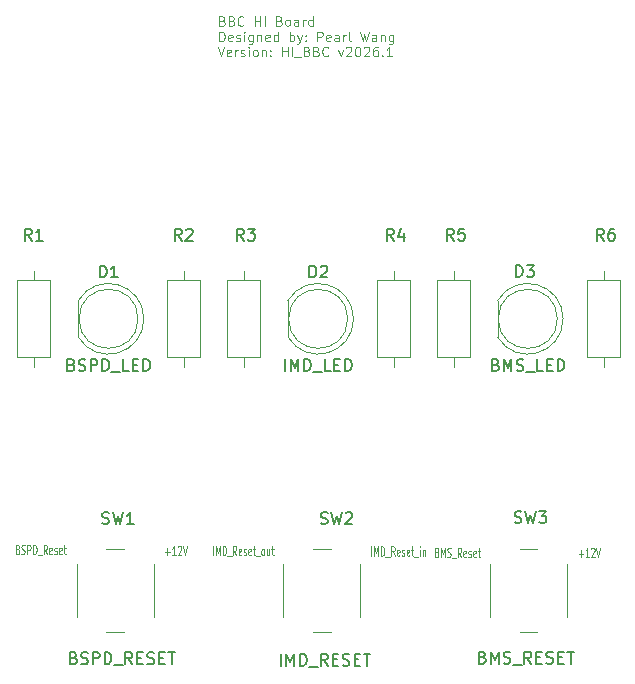
<source format=gbr>
%TF.GenerationSoftware,KiCad,Pcbnew,9.0.5*%
%TF.CreationDate,2026-02-28T09:23:41-08:00*%
%TF.ProjectId,Hi_board_bbc1,48695f62-6f61-4726-945f-626263312e6b,rev?*%
%TF.SameCoordinates,Original*%
%TF.FileFunction,Legend,Top*%
%TF.FilePolarity,Positive*%
%FSLAX46Y46*%
G04 Gerber Fmt 4.6, Leading zero omitted, Abs format (unit mm)*
G04 Created by KiCad (PCBNEW 9.0.5) date 2026-02-28 09:23:41*
%MOMM*%
%LPD*%
G01*
G04 APERTURE LIST*
%ADD10C,0.100000*%
%ADD11C,0.150000*%
%ADD12C,0.120000*%
G04 APERTURE END LIST*
D10*
X132034836Y-141946895D02*
X132034836Y-141146895D01*
X132272931Y-141946895D02*
X132272931Y-141146895D01*
X132272931Y-141146895D02*
X132439598Y-141718323D01*
X132439598Y-141718323D02*
X132606264Y-141146895D01*
X132606264Y-141146895D02*
X132606264Y-141946895D01*
X132844360Y-141946895D02*
X132844360Y-141146895D01*
X132844360Y-141146895D02*
X132963408Y-141146895D01*
X132963408Y-141146895D02*
X133034836Y-141184990D01*
X133034836Y-141184990D02*
X133082455Y-141261180D01*
X133082455Y-141261180D02*
X133106265Y-141337371D01*
X133106265Y-141337371D02*
X133130074Y-141489752D01*
X133130074Y-141489752D02*
X133130074Y-141604038D01*
X133130074Y-141604038D02*
X133106265Y-141756419D01*
X133106265Y-141756419D02*
X133082455Y-141832609D01*
X133082455Y-141832609D02*
X133034836Y-141908800D01*
X133034836Y-141908800D02*
X132963408Y-141946895D01*
X132963408Y-141946895D02*
X132844360Y-141946895D01*
X133225313Y-142023085D02*
X133606265Y-142023085D01*
X134011026Y-141946895D02*
X133844360Y-141565942D01*
X133725312Y-141946895D02*
X133725312Y-141146895D01*
X133725312Y-141146895D02*
X133915788Y-141146895D01*
X133915788Y-141146895D02*
X133963407Y-141184990D01*
X133963407Y-141184990D02*
X133987217Y-141223085D01*
X133987217Y-141223085D02*
X134011026Y-141299276D01*
X134011026Y-141299276D02*
X134011026Y-141413561D01*
X134011026Y-141413561D02*
X133987217Y-141489752D01*
X133987217Y-141489752D02*
X133963407Y-141527847D01*
X133963407Y-141527847D02*
X133915788Y-141565942D01*
X133915788Y-141565942D02*
X133725312Y-141565942D01*
X134415788Y-141908800D02*
X134368169Y-141946895D01*
X134368169Y-141946895D02*
X134272931Y-141946895D01*
X134272931Y-141946895D02*
X134225312Y-141908800D01*
X134225312Y-141908800D02*
X134201503Y-141832609D01*
X134201503Y-141832609D02*
X134201503Y-141527847D01*
X134201503Y-141527847D02*
X134225312Y-141451657D01*
X134225312Y-141451657D02*
X134272931Y-141413561D01*
X134272931Y-141413561D02*
X134368169Y-141413561D01*
X134368169Y-141413561D02*
X134415788Y-141451657D01*
X134415788Y-141451657D02*
X134439598Y-141527847D01*
X134439598Y-141527847D02*
X134439598Y-141604038D01*
X134439598Y-141604038D02*
X134201503Y-141680228D01*
X134630074Y-141908800D02*
X134677693Y-141946895D01*
X134677693Y-141946895D02*
X134772931Y-141946895D01*
X134772931Y-141946895D02*
X134820550Y-141908800D01*
X134820550Y-141908800D02*
X134844359Y-141832609D01*
X134844359Y-141832609D02*
X134844359Y-141794514D01*
X134844359Y-141794514D02*
X134820550Y-141718323D01*
X134820550Y-141718323D02*
X134772931Y-141680228D01*
X134772931Y-141680228D02*
X134701502Y-141680228D01*
X134701502Y-141680228D02*
X134653883Y-141642133D01*
X134653883Y-141642133D02*
X134630074Y-141565942D01*
X134630074Y-141565942D02*
X134630074Y-141527847D01*
X134630074Y-141527847D02*
X134653883Y-141451657D01*
X134653883Y-141451657D02*
X134701502Y-141413561D01*
X134701502Y-141413561D02*
X134772931Y-141413561D01*
X134772931Y-141413561D02*
X134820550Y-141451657D01*
X135249121Y-141908800D02*
X135201502Y-141946895D01*
X135201502Y-141946895D02*
X135106264Y-141946895D01*
X135106264Y-141946895D02*
X135058645Y-141908800D01*
X135058645Y-141908800D02*
X135034836Y-141832609D01*
X135034836Y-141832609D02*
X135034836Y-141527847D01*
X135034836Y-141527847D02*
X135058645Y-141451657D01*
X135058645Y-141451657D02*
X135106264Y-141413561D01*
X135106264Y-141413561D02*
X135201502Y-141413561D01*
X135201502Y-141413561D02*
X135249121Y-141451657D01*
X135249121Y-141451657D02*
X135272931Y-141527847D01*
X135272931Y-141527847D02*
X135272931Y-141604038D01*
X135272931Y-141604038D02*
X135034836Y-141680228D01*
X135415788Y-141413561D02*
X135606264Y-141413561D01*
X135487216Y-141146895D02*
X135487216Y-141832609D01*
X135487216Y-141832609D02*
X135511026Y-141908800D01*
X135511026Y-141908800D02*
X135558645Y-141946895D01*
X135558645Y-141946895D02*
X135606264Y-141946895D01*
X135653883Y-142023085D02*
X136034835Y-142023085D01*
X136225311Y-141946895D02*
X136177692Y-141908800D01*
X136177692Y-141908800D02*
X136153882Y-141870704D01*
X136153882Y-141870704D02*
X136130073Y-141794514D01*
X136130073Y-141794514D02*
X136130073Y-141565942D01*
X136130073Y-141565942D02*
X136153882Y-141489752D01*
X136153882Y-141489752D02*
X136177692Y-141451657D01*
X136177692Y-141451657D02*
X136225311Y-141413561D01*
X136225311Y-141413561D02*
X136296739Y-141413561D01*
X136296739Y-141413561D02*
X136344358Y-141451657D01*
X136344358Y-141451657D02*
X136368168Y-141489752D01*
X136368168Y-141489752D02*
X136391977Y-141565942D01*
X136391977Y-141565942D02*
X136391977Y-141794514D01*
X136391977Y-141794514D02*
X136368168Y-141870704D01*
X136368168Y-141870704D02*
X136344358Y-141908800D01*
X136344358Y-141908800D02*
X136296739Y-141946895D01*
X136296739Y-141946895D02*
X136225311Y-141946895D01*
X136820549Y-141413561D02*
X136820549Y-141946895D01*
X136606263Y-141413561D02*
X136606263Y-141832609D01*
X136606263Y-141832609D02*
X136630073Y-141908800D01*
X136630073Y-141908800D02*
X136677692Y-141946895D01*
X136677692Y-141946895D02*
X136749120Y-141946895D01*
X136749120Y-141946895D02*
X136796739Y-141908800D01*
X136796739Y-141908800D02*
X136820549Y-141870704D01*
X136987216Y-141413561D02*
X137177692Y-141413561D01*
X137058644Y-141146895D02*
X137058644Y-141832609D01*
X137058644Y-141832609D02*
X137082454Y-141908800D01*
X137082454Y-141908800D02*
X137130073Y-141946895D01*
X137130073Y-141946895D02*
X137177692Y-141946895D01*
X127984836Y-141642133D02*
X128365789Y-141642133D01*
X128175312Y-141946895D02*
X128175312Y-141337371D01*
X128865789Y-141946895D02*
X128580075Y-141946895D01*
X128722932Y-141946895D02*
X128722932Y-141146895D01*
X128722932Y-141146895D02*
X128675313Y-141261180D01*
X128675313Y-141261180D02*
X128627694Y-141337371D01*
X128627694Y-141337371D02*
X128580075Y-141375466D01*
X129056265Y-141223085D02*
X129080074Y-141184990D01*
X129080074Y-141184990D02*
X129127693Y-141146895D01*
X129127693Y-141146895D02*
X129246741Y-141146895D01*
X129246741Y-141146895D02*
X129294360Y-141184990D01*
X129294360Y-141184990D02*
X129318169Y-141223085D01*
X129318169Y-141223085D02*
X129341979Y-141299276D01*
X129341979Y-141299276D02*
X129341979Y-141375466D01*
X129341979Y-141375466D02*
X129318169Y-141489752D01*
X129318169Y-141489752D02*
X129032455Y-141946895D01*
X129032455Y-141946895D02*
X129341979Y-141946895D01*
X129484836Y-141146895D02*
X129651502Y-141946895D01*
X129651502Y-141946895D02*
X129818169Y-141146895D01*
X151001503Y-141677847D02*
X151072931Y-141715942D01*
X151072931Y-141715942D02*
X151096741Y-141754038D01*
X151096741Y-141754038D02*
X151120550Y-141830228D01*
X151120550Y-141830228D02*
X151120550Y-141944514D01*
X151120550Y-141944514D02*
X151096741Y-142020704D01*
X151096741Y-142020704D02*
X151072931Y-142058800D01*
X151072931Y-142058800D02*
X151025312Y-142096895D01*
X151025312Y-142096895D02*
X150834836Y-142096895D01*
X150834836Y-142096895D02*
X150834836Y-141296895D01*
X150834836Y-141296895D02*
X151001503Y-141296895D01*
X151001503Y-141296895D02*
X151049122Y-141334990D01*
X151049122Y-141334990D02*
X151072931Y-141373085D01*
X151072931Y-141373085D02*
X151096741Y-141449276D01*
X151096741Y-141449276D02*
X151096741Y-141525466D01*
X151096741Y-141525466D02*
X151072931Y-141601657D01*
X151072931Y-141601657D02*
X151049122Y-141639752D01*
X151049122Y-141639752D02*
X151001503Y-141677847D01*
X151001503Y-141677847D02*
X150834836Y-141677847D01*
X151334836Y-142096895D02*
X151334836Y-141296895D01*
X151334836Y-141296895D02*
X151501503Y-141868323D01*
X151501503Y-141868323D02*
X151668169Y-141296895D01*
X151668169Y-141296895D02*
X151668169Y-142096895D01*
X151882456Y-142058800D02*
X151953884Y-142096895D01*
X151953884Y-142096895D02*
X152072932Y-142096895D01*
X152072932Y-142096895D02*
X152120551Y-142058800D01*
X152120551Y-142058800D02*
X152144360Y-142020704D01*
X152144360Y-142020704D02*
X152168170Y-141944514D01*
X152168170Y-141944514D02*
X152168170Y-141868323D01*
X152168170Y-141868323D02*
X152144360Y-141792133D01*
X152144360Y-141792133D02*
X152120551Y-141754038D01*
X152120551Y-141754038D02*
X152072932Y-141715942D01*
X152072932Y-141715942D02*
X151977694Y-141677847D01*
X151977694Y-141677847D02*
X151930075Y-141639752D01*
X151930075Y-141639752D02*
X151906265Y-141601657D01*
X151906265Y-141601657D02*
X151882456Y-141525466D01*
X151882456Y-141525466D02*
X151882456Y-141449276D01*
X151882456Y-141449276D02*
X151906265Y-141373085D01*
X151906265Y-141373085D02*
X151930075Y-141334990D01*
X151930075Y-141334990D02*
X151977694Y-141296895D01*
X151977694Y-141296895D02*
X152096741Y-141296895D01*
X152096741Y-141296895D02*
X152168170Y-141334990D01*
X152263408Y-142173085D02*
X152644360Y-142173085D01*
X153049121Y-142096895D02*
X152882455Y-141715942D01*
X152763407Y-142096895D02*
X152763407Y-141296895D01*
X152763407Y-141296895D02*
X152953883Y-141296895D01*
X152953883Y-141296895D02*
X153001502Y-141334990D01*
X153001502Y-141334990D02*
X153025312Y-141373085D01*
X153025312Y-141373085D02*
X153049121Y-141449276D01*
X153049121Y-141449276D02*
X153049121Y-141563561D01*
X153049121Y-141563561D02*
X153025312Y-141639752D01*
X153025312Y-141639752D02*
X153001502Y-141677847D01*
X153001502Y-141677847D02*
X152953883Y-141715942D01*
X152953883Y-141715942D02*
X152763407Y-141715942D01*
X153453883Y-142058800D02*
X153406264Y-142096895D01*
X153406264Y-142096895D02*
X153311026Y-142096895D01*
X153311026Y-142096895D02*
X153263407Y-142058800D01*
X153263407Y-142058800D02*
X153239598Y-141982609D01*
X153239598Y-141982609D02*
X153239598Y-141677847D01*
X153239598Y-141677847D02*
X153263407Y-141601657D01*
X153263407Y-141601657D02*
X153311026Y-141563561D01*
X153311026Y-141563561D02*
X153406264Y-141563561D01*
X153406264Y-141563561D02*
X153453883Y-141601657D01*
X153453883Y-141601657D02*
X153477693Y-141677847D01*
X153477693Y-141677847D02*
X153477693Y-141754038D01*
X153477693Y-141754038D02*
X153239598Y-141830228D01*
X153668169Y-142058800D02*
X153715788Y-142096895D01*
X153715788Y-142096895D02*
X153811026Y-142096895D01*
X153811026Y-142096895D02*
X153858645Y-142058800D01*
X153858645Y-142058800D02*
X153882454Y-141982609D01*
X153882454Y-141982609D02*
X153882454Y-141944514D01*
X153882454Y-141944514D02*
X153858645Y-141868323D01*
X153858645Y-141868323D02*
X153811026Y-141830228D01*
X153811026Y-141830228D02*
X153739597Y-141830228D01*
X153739597Y-141830228D02*
X153691978Y-141792133D01*
X153691978Y-141792133D02*
X153668169Y-141715942D01*
X153668169Y-141715942D02*
X153668169Y-141677847D01*
X153668169Y-141677847D02*
X153691978Y-141601657D01*
X153691978Y-141601657D02*
X153739597Y-141563561D01*
X153739597Y-141563561D02*
X153811026Y-141563561D01*
X153811026Y-141563561D02*
X153858645Y-141601657D01*
X154287216Y-142058800D02*
X154239597Y-142096895D01*
X154239597Y-142096895D02*
X154144359Y-142096895D01*
X154144359Y-142096895D02*
X154096740Y-142058800D01*
X154096740Y-142058800D02*
X154072931Y-141982609D01*
X154072931Y-141982609D02*
X154072931Y-141677847D01*
X154072931Y-141677847D02*
X154096740Y-141601657D01*
X154096740Y-141601657D02*
X154144359Y-141563561D01*
X154144359Y-141563561D02*
X154239597Y-141563561D01*
X154239597Y-141563561D02*
X154287216Y-141601657D01*
X154287216Y-141601657D02*
X154311026Y-141677847D01*
X154311026Y-141677847D02*
X154311026Y-141754038D01*
X154311026Y-141754038D02*
X154072931Y-141830228D01*
X154453883Y-141563561D02*
X154644359Y-141563561D01*
X154525311Y-141296895D02*
X154525311Y-141982609D01*
X154525311Y-141982609D02*
X154549121Y-142058800D01*
X154549121Y-142058800D02*
X154596740Y-142096895D01*
X154596740Y-142096895D02*
X154644359Y-142096895D01*
X162984836Y-141792133D02*
X163365789Y-141792133D01*
X163175312Y-142096895D02*
X163175312Y-141487371D01*
X163865789Y-142096895D02*
X163580075Y-142096895D01*
X163722932Y-142096895D02*
X163722932Y-141296895D01*
X163722932Y-141296895D02*
X163675313Y-141411180D01*
X163675313Y-141411180D02*
X163627694Y-141487371D01*
X163627694Y-141487371D02*
X163580075Y-141525466D01*
X164056265Y-141373085D02*
X164080074Y-141334990D01*
X164080074Y-141334990D02*
X164127693Y-141296895D01*
X164127693Y-141296895D02*
X164246741Y-141296895D01*
X164246741Y-141296895D02*
X164294360Y-141334990D01*
X164294360Y-141334990D02*
X164318169Y-141373085D01*
X164318169Y-141373085D02*
X164341979Y-141449276D01*
X164341979Y-141449276D02*
X164341979Y-141525466D01*
X164341979Y-141525466D02*
X164318169Y-141639752D01*
X164318169Y-141639752D02*
X164032455Y-142096895D01*
X164032455Y-142096895D02*
X164341979Y-142096895D01*
X164484836Y-141296895D02*
X164651502Y-142096895D01*
X164651502Y-142096895D02*
X164818169Y-141296895D01*
X145434836Y-141996895D02*
X145434836Y-141196895D01*
X145672931Y-141996895D02*
X145672931Y-141196895D01*
X145672931Y-141196895D02*
X145839598Y-141768323D01*
X145839598Y-141768323D02*
X146006264Y-141196895D01*
X146006264Y-141196895D02*
X146006264Y-141996895D01*
X146244360Y-141996895D02*
X146244360Y-141196895D01*
X146244360Y-141196895D02*
X146363408Y-141196895D01*
X146363408Y-141196895D02*
X146434836Y-141234990D01*
X146434836Y-141234990D02*
X146482455Y-141311180D01*
X146482455Y-141311180D02*
X146506265Y-141387371D01*
X146506265Y-141387371D02*
X146530074Y-141539752D01*
X146530074Y-141539752D02*
X146530074Y-141654038D01*
X146530074Y-141654038D02*
X146506265Y-141806419D01*
X146506265Y-141806419D02*
X146482455Y-141882609D01*
X146482455Y-141882609D02*
X146434836Y-141958800D01*
X146434836Y-141958800D02*
X146363408Y-141996895D01*
X146363408Y-141996895D02*
X146244360Y-141996895D01*
X146625313Y-142073085D02*
X147006265Y-142073085D01*
X147411026Y-141996895D02*
X147244360Y-141615942D01*
X147125312Y-141996895D02*
X147125312Y-141196895D01*
X147125312Y-141196895D02*
X147315788Y-141196895D01*
X147315788Y-141196895D02*
X147363407Y-141234990D01*
X147363407Y-141234990D02*
X147387217Y-141273085D01*
X147387217Y-141273085D02*
X147411026Y-141349276D01*
X147411026Y-141349276D02*
X147411026Y-141463561D01*
X147411026Y-141463561D02*
X147387217Y-141539752D01*
X147387217Y-141539752D02*
X147363407Y-141577847D01*
X147363407Y-141577847D02*
X147315788Y-141615942D01*
X147315788Y-141615942D02*
X147125312Y-141615942D01*
X147815788Y-141958800D02*
X147768169Y-141996895D01*
X147768169Y-141996895D02*
X147672931Y-141996895D01*
X147672931Y-141996895D02*
X147625312Y-141958800D01*
X147625312Y-141958800D02*
X147601503Y-141882609D01*
X147601503Y-141882609D02*
X147601503Y-141577847D01*
X147601503Y-141577847D02*
X147625312Y-141501657D01*
X147625312Y-141501657D02*
X147672931Y-141463561D01*
X147672931Y-141463561D02*
X147768169Y-141463561D01*
X147768169Y-141463561D02*
X147815788Y-141501657D01*
X147815788Y-141501657D02*
X147839598Y-141577847D01*
X147839598Y-141577847D02*
X147839598Y-141654038D01*
X147839598Y-141654038D02*
X147601503Y-141730228D01*
X148030074Y-141958800D02*
X148077693Y-141996895D01*
X148077693Y-141996895D02*
X148172931Y-141996895D01*
X148172931Y-141996895D02*
X148220550Y-141958800D01*
X148220550Y-141958800D02*
X148244359Y-141882609D01*
X148244359Y-141882609D02*
X148244359Y-141844514D01*
X148244359Y-141844514D02*
X148220550Y-141768323D01*
X148220550Y-141768323D02*
X148172931Y-141730228D01*
X148172931Y-141730228D02*
X148101502Y-141730228D01*
X148101502Y-141730228D02*
X148053883Y-141692133D01*
X148053883Y-141692133D02*
X148030074Y-141615942D01*
X148030074Y-141615942D02*
X148030074Y-141577847D01*
X148030074Y-141577847D02*
X148053883Y-141501657D01*
X148053883Y-141501657D02*
X148101502Y-141463561D01*
X148101502Y-141463561D02*
X148172931Y-141463561D01*
X148172931Y-141463561D02*
X148220550Y-141501657D01*
X148649121Y-141958800D02*
X148601502Y-141996895D01*
X148601502Y-141996895D02*
X148506264Y-141996895D01*
X148506264Y-141996895D02*
X148458645Y-141958800D01*
X148458645Y-141958800D02*
X148434836Y-141882609D01*
X148434836Y-141882609D02*
X148434836Y-141577847D01*
X148434836Y-141577847D02*
X148458645Y-141501657D01*
X148458645Y-141501657D02*
X148506264Y-141463561D01*
X148506264Y-141463561D02*
X148601502Y-141463561D01*
X148601502Y-141463561D02*
X148649121Y-141501657D01*
X148649121Y-141501657D02*
X148672931Y-141577847D01*
X148672931Y-141577847D02*
X148672931Y-141654038D01*
X148672931Y-141654038D02*
X148434836Y-141730228D01*
X148815788Y-141463561D02*
X149006264Y-141463561D01*
X148887216Y-141196895D02*
X148887216Y-141882609D01*
X148887216Y-141882609D02*
X148911026Y-141958800D01*
X148911026Y-141958800D02*
X148958645Y-141996895D01*
X148958645Y-141996895D02*
X149006264Y-141996895D01*
X149053883Y-142073085D02*
X149434835Y-142073085D01*
X149553882Y-141996895D02*
X149553882Y-141463561D01*
X149553882Y-141196895D02*
X149530073Y-141234990D01*
X149530073Y-141234990D02*
X149553882Y-141273085D01*
X149553882Y-141273085D02*
X149577692Y-141234990D01*
X149577692Y-141234990D02*
X149553882Y-141196895D01*
X149553882Y-141196895D02*
X149553882Y-141273085D01*
X149791977Y-141463561D02*
X149791977Y-141996895D01*
X149791977Y-141539752D02*
X149815787Y-141501657D01*
X149815787Y-141501657D02*
X149863406Y-141463561D01*
X149863406Y-141463561D02*
X149934834Y-141463561D01*
X149934834Y-141463561D02*
X149982453Y-141501657D01*
X149982453Y-141501657D02*
X150006263Y-141577847D01*
X150006263Y-141577847D02*
X150006263Y-141996895D01*
X115501503Y-141427847D02*
X115572931Y-141465942D01*
X115572931Y-141465942D02*
X115596741Y-141504038D01*
X115596741Y-141504038D02*
X115620550Y-141580228D01*
X115620550Y-141580228D02*
X115620550Y-141694514D01*
X115620550Y-141694514D02*
X115596741Y-141770704D01*
X115596741Y-141770704D02*
X115572931Y-141808800D01*
X115572931Y-141808800D02*
X115525312Y-141846895D01*
X115525312Y-141846895D02*
X115334836Y-141846895D01*
X115334836Y-141846895D02*
X115334836Y-141046895D01*
X115334836Y-141046895D02*
X115501503Y-141046895D01*
X115501503Y-141046895D02*
X115549122Y-141084990D01*
X115549122Y-141084990D02*
X115572931Y-141123085D01*
X115572931Y-141123085D02*
X115596741Y-141199276D01*
X115596741Y-141199276D02*
X115596741Y-141275466D01*
X115596741Y-141275466D02*
X115572931Y-141351657D01*
X115572931Y-141351657D02*
X115549122Y-141389752D01*
X115549122Y-141389752D02*
X115501503Y-141427847D01*
X115501503Y-141427847D02*
X115334836Y-141427847D01*
X115811027Y-141808800D02*
X115882455Y-141846895D01*
X115882455Y-141846895D02*
X116001503Y-141846895D01*
X116001503Y-141846895D02*
X116049122Y-141808800D01*
X116049122Y-141808800D02*
X116072931Y-141770704D01*
X116072931Y-141770704D02*
X116096741Y-141694514D01*
X116096741Y-141694514D02*
X116096741Y-141618323D01*
X116096741Y-141618323D02*
X116072931Y-141542133D01*
X116072931Y-141542133D02*
X116049122Y-141504038D01*
X116049122Y-141504038D02*
X116001503Y-141465942D01*
X116001503Y-141465942D02*
X115906265Y-141427847D01*
X115906265Y-141427847D02*
X115858646Y-141389752D01*
X115858646Y-141389752D02*
X115834836Y-141351657D01*
X115834836Y-141351657D02*
X115811027Y-141275466D01*
X115811027Y-141275466D02*
X115811027Y-141199276D01*
X115811027Y-141199276D02*
X115834836Y-141123085D01*
X115834836Y-141123085D02*
X115858646Y-141084990D01*
X115858646Y-141084990D02*
X115906265Y-141046895D01*
X115906265Y-141046895D02*
X116025312Y-141046895D01*
X116025312Y-141046895D02*
X116096741Y-141084990D01*
X116311026Y-141846895D02*
X116311026Y-141046895D01*
X116311026Y-141046895D02*
X116501502Y-141046895D01*
X116501502Y-141046895D02*
X116549121Y-141084990D01*
X116549121Y-141084990D02*
X116572931Y-141123085D01*
X116572931Y-141123085D02*
X116596740Y-141199276D01*
X116596740Y-141199276D02*
X116596740Y-141313561D01*
X116596740Y-141313561D02*
X116572931Y-141389752D01*
X116572931Y-141389752D02*
X116549121Y-141427847D01*
X116549121Y-141427847D02*
X116501502Y-141465942D01*
X116501502Y-141465942D02*
X116311026Y-141465942D01*
X116811026Y-141846895D02*
X116811026Y-141046895D01*
X116811026Y-141046895D02*
X116930074Y-141046895D01*
X116930074Y-141046895D02*
X117001502Y-141084990D01*
X117001502Y-141084990D02*
X117049121Y-141161180D01*
X117049121Y-141161180D02*
X117072931Y-141237371D01*
X117072931Y-141237371D02*
X117096740Y-141389752D01*
X117096740Y-141389752D02*
X117096740Y-141504038D01*
X117096740Y-141504038D02*
X117072931Y-141656419D01*
X117072931Y-141656419D02*
X117049121Y-141732609D01*
X117049121Y-141732609D02*
X117001502Y-141808800D01*
X117001502Y-141808800D02*
X116930074Y-141846895D01*
X116930074Y-141846895D02*
X116811026Y-141846895D01*
X117191979Y-141923085D02*
X117572931Y-141923085D01*
X117977692Y-141846895D02*
X117811026Y-141465942D01*
X117691978Y-141846895D02*
X117691978Y-141046895D01*
X117691978Y-141046895D02*
X117882454Y-141046895D01*
X117882454Y-141046895D02*
X117930073Y-141084990D01*
X117930073Y-141084990D02*
X117953883Y-141123085D01*
X117953883Y-141123085D02*
X117977692Y-141199276D01*
X117977692Y-141199276D02*
X117977692Y-141313561D01*
X117977692Y-141313561D02*
X117953883Y-141389752D01*
X117953883Y-141389752D02*
X117930073Y-141427847D01*
X117930073Y-141427847D02*
X117882454Y-141465942D01*
X117882454Y-141465942D02*
X117691978Y-141465942D01*
X118382454Y-141808800D02*
X118334835Y-141846895D01*
X118334835Y-141846895D02*
X118239597Y-141846895D01*
X118239597Y-141846895D02*
X118191978Y-141808800D01*
X118191978Y-141808800D02*
X118168169Y-141732609D01*
X118168169Y-141732609D02*
X118168169Y-141427847D01*
X118168169Y-141427847D02*
X118191978Y-141351657D01*
X118191978Y-141351657D02*
X118239597Y-141313561D01*
X118239597Y-141313561D02*
X118334835Y-141313561D01*
X118334835Y-141313561D02*
X118382454Y-141351657D01*
X118382454Y-141351657D02*
X118406264Y-141427847D01*
X118406264Y-141427847D02*
X118406264Y-141504038D01*
X118406264Y-141504038D02*
X118168169Y-141580228D01*
X118596740Y-141808800D02*
X118644359Y-141846895D01*
X118644359Y-141846895D02*
X118739597Y-141846895D01*
X118739597Y-141846895D02*
X118787216Y-141808800D01*
X118787216Y-141808800D02*
X118811025Y-141732609D01*
X118811025Y-141732609D02*
X118811025Y-141694514D01*
X118811025Y-141694514D02*
X118787216Y-141618323D01*
X118787216Y-141618323D02*
X118739597Y-141580228D01*
X118739597Y-141580228D02*
X118668168Y-141580228D01*
X118668168Y-141580228D02*
X118620549Y-141542133D01*
X118620549Y-141542133D02*
X118596740Y-141465942D01*
X118596740Y-141465942D02*
X118596740Y-141427847D01*
X118596740Y-141427847D02*
X118620549Y-141351657D01*
X118620549Y-141351657D02*
X118668168Y-141313561D01*
X118668168Y-141313561D02*
X118739597Y-141313561D01*
X118739597Y-141313561D02*
X118787216Y-141351657D01*
X119215787Y-141808800D02*
X119168168Y-141846895D01*
X119168168Y-141846895D02*
X119072930Y-141846895D01*
X119072930Y-141846895D02*
X119025311Y-141808800D01*
X119025311Y-141808800D02*
X119001502Y-141732609D01*
X119001502Y-141732609D02*
X119001502Y-141427847D01*
X119001502Y-141427847D02*
X119025311Y-141351657D01*
X119025311Y-141351657D02*
X119072930Y-141313561D01*
X119072930Y-141313561D02*
X119168168Y-141313561D01*
X119168168Y-141313561D02*
X119215787Y-141351657D01*
X119215787Y-141351657D02*
X119239597Y-141427847D01*
X119239597Y-141427847D02*
X119239597Y-141504038D01*
X119239597Y-141504038D02*
X119001502Y-141580228D01*
X119382454Y-141313561D02*
X119572930Y-141313561D01*
X119453882Y-141046895D02*
X119453882Y-141732609D01*
X119453882Y-141732609D02*
X119477692Y-141808800D01*
X119477692Y-141808800D02*
X119525311Y-141846895D01*
X119525311Y-141846895D02*
X119572930Y-141846895D01*
X132822931Y-96701937D02*
X132937217Y-96740032D01*
X132937217Y-96740032D02*
X132975312Y-96778128D01*
X132975312Y-96778128D02*
X133013408Y-96854318D01*
X133013408Y-96854318D02*
X133013408Y-96968604D01*
X133013408Y-96968604D02*
X132975312Y-97044794D01*
X132975312Y-97044794D02*
X132937217Y-97082890D01*
X132937217Y-97082890D02*
X132861027Y-97120985D01*
X132861027Y-97120985D02*
X132556265Y-97120985D01*
X132556265Y-97120985D02*
X132556265Y-96320985D01*
X132556265Y-96320985D02*
X132822931Y-96320985D01*
X132822931Y-96320985D02*
X132899122Y-96359080D01*
X132899122Y-96359080D02*
X132937217Y-96397175D01*
X132937217Y-96397175D02*
X132975312Y-96473366D01*
X132975312Y-96473366D02*
X132975312Y-96549556D01*
X132975312Y-96549556D02*
X132937217Y-96625747D01*
X132937217Y-96625747D02*
X132899122Y-96663842D01*
X132899122Y-96663842D02*
X132822931Y-96701937D01*
X132822931Y-96701937D02*
X132556265Y-96701937D01*
X133622931Y-96701937D02*
X133737217Y-96740032D01*
X133737217Y-96740032D02*
X133775312Y-96778128D01*
X133775312Y-96778128D02*
X133813408Y-96854318D01*
X133813408Y-96854318D02*
X133813408Y-96968604D01*
X133813408Y-96968604D02*
X133775312Y-97044794D01*
X133775312Y-97044794D02*
X133737217Y-97082890D01*
X133737217Y-97082890D02*
X133661027Y-97120985D01*
X133661027Y-97120985D02*
X133356265Y-97120985D01*
X133356265Y-97120985D02*
X133356265Y-96320985D01*
X133356265Y-96320985D02*
X133622931Y-96320985D01*
X133622931Y-96320985D02*
X133699122Y-96359080D01*
X133699122Y-96359080D02*
X133737217Y-96397175D01*
X133737217Y-96397175D02*
X133775312Y-96473366D01*
X133775312Y-96473366D02*
X133775312Y-96549556D01*
X133775312Y-96549556D02*
X133737217Y-96625747D01*
X133737217Y-96625747D02*
X133699122Y-96663842D01*
X133699122Y-96663842D02*
X133622931Y-96701937D01*
X133622931Y-96701937D02*
X133356265Y-96701937D01*
X134613408Y-97044794D02*
X134575312Y-97082890D01*
X134575312Y-97082890D02*
X134461027Y-97120985D01*
X134461027Y-97120985D02*
X134384836Y-97120985D01*
X134384836Y-97120985D02*
X134270550Y-97082890D01*
X134270550Y-97082890D02*
X134194360Y-97006699D01*
X134194360Y-97006699D02*
X134156265Y-96930509D01*
X134156265Y-96930509D02*
X134118169Y-96778128D01*
X134118169Y-96778128D02*
X134118169Y-96663842D01*
X134118169Y-96663842D02*
X134156265Y-96511461D01*
X134156265Y-96511461D02*
X134194360Y-96435270D01*
X134194360Y-96435270D02*
X134270550Y-96359080D01*
X134270550Y-96359080D02*
X134384836Y-96320985D01*
X134384836Y-96320985D02*
X134461027Y-96320985D01*
X134461027Y-96320985D02*
X134575312Y-96359080D01*
X134575312Y-96359080D02*
X134613408Y-96397175D01*
X135565789Y-97120985D02*
X135565789Y-96320985D01*
X135565789Y-96701937D02*
X136022932Y-96701937D01*
X136022932Y-97120985D02*
X136022932Y-96320985D01*
X136403884Y-97120985D02*
X136403884Y-96320985D01*
X137661026Y-96701937D02*
X137775312Y-96740032D01*
X137775312Y-96740032D02*
X137813407Y-96778128D01*
X137813407Y-96778128D02*
X137851503Y-96854318D01*
X137851503Y-96854318D02*
X137851503Y-96968604D01*
X137851503Y-96968604D02*
X137813407Y-97044794D01*
X137813407Y-97044794D02*
X137775312Y-97082890D01*
X137775312Y-97082890D02*
X137699122Y-97120985D01*
X137699122Y-97120985D02*
X137394360Y-97120985D01*
X137394360Y-97120985D02*
X137394360Y-96320985D01*
X137394360Y-96320985D02*
X137661026Y-96320985D01*
X137661026Y-96320985D02*
X137737217Y-96359080D01*
X137737217Y-96359080D02*
X137775312Y-96397175D01*
X137775312Y-96397175D02*
X137813407Y-96473366D01*
X137813407Y-96473366D02*
X137813407Y-96549556D01*
X137813407Y-96549556D02*
X137775312Y-96625747D01*
X137775312Y-96625747D02*
X137737217Y-96663842D01*
X137737217Y-96663842D02*
X137661026Y-96701937D01*
X137661026Y-96701937D02*
X137394360Y-96701937D01*
X138308645Y-97120985D02*
X138232455Y-97082890D01*
X138232455Y-97082890D02*
X138194360Y-97044794D01*
X138194360Y-97044794D02*
X138156264Y-96968604D01*
X138156264Y-96968604D02*
X138156264Y-96740032D01*
X138156264Y-96740032D02*
X138194360Y-96663842D01*
X138194360Y-96663842D02*
X138232455Y-96625747D01*
X138232455Y-96625747D02*
X138308645Y-96587651D01*
X138308645Y-96587651D02*
X138422931Y-96587651D01*
X138422931Y-96587651D02*
X138499122Y-96625747D01*
X138499122Y-96625747D02*
X138537217Y-96663842D01*
X138537217Y-96663842D02*
X138575312Y-96740032D01*
X138575312Y-96740032D02*
X138575312Y-96968604D01*
X138575312Y-96968604D02*
X138537217Y-97044794D01*
X138537217Y-97044794D02*
X138499122Y-97082890D01*
X138499122Y-97082890D02*
X138422931Y-97120985D01*
X138422931Y-97120985D02*
X138308645Y-97120985D01*
X139261027Y-97120985D02*
X139261027Y-96701937D01*
X139261027Y-96701937D02*
X139222932Y-96625747D01*
X139222932Y-96625747D02*
X139146741Y-96587651D01*
X139146741Y-96587651D02*
X138994360Y-96587651D01*
X138994360Y-96587651D02*
X138918170Y-96625747D01*
X139261027Y-97082890D02*
X139184836Y-97120985D01*
X139184836Y-97120985D02*
X138994360Y-97120985D01*
X138994360Y-97120985D02*
X138918170Y-97082890D01*
X138918170Y-97082890D02*
X138880074Y-97006699D01*
X138880074Y-97006699D02*
X138880074Y-96930509D01*
X138880074Y-96930509D02*
X138918170Y-96854318D01*
X138918170Y-96854318D02*
X138994360Y-96816223D01*
X138994360Y-96816223D02*
X139184836Y-96816223D01*
X139184836Y-96816223D02*
X139261027Y-96778128D01*
X139641980Y-97120985D02*
X139641980Y-96587651D01*
X139641980Y-96740032D02*
X139680075Y-96663842D01*
X139680075Y-96663842D02*
X139718170Y-96625747D01*
X139718170Y-96625747D02*
X139794361Y-96587651D01*
X139794361Y-96587651D02*
X139870551Y-96587651D01*
X140480075Y-97120985D02*
X140480075Y-96320985D01*
X140480075Y-97082890D02*
X140403884Y-97120985D01*
X140403884Y-97120985D02*
X140251503Y-97120985D01*
X140251503Y-97120985D02*
X140175313Y-97082890D01*
X140175313Y-97082890D02*
X140137218Y-97044794D01*
X140137218Y-97044794D02*
X140099122Y-96968604D01*
X140099122Y-96968604D02*
X140099122Y-96740032D01*
X140099122Y-96740032D02*
X140137218Y-96663842D01*
X140137218Y-96663842D02*
X140175313Y-96625747D01*
X140175313Y-96625747D02*
X140251503Y-96587651D01*
X140251503Y-96587651D02*
X140403884Y-96587651D01*
X140403884Y-96587651D02*
X140480075Y-96625747D01*
X132556265Y-98408940D02*
X132556265Y-97608940D01*
X132556265Y-97608940D02*
X132746741Y-97608940D01*
X132746741Y-97608940D02*
X132861027Y-97647035D01*
X132861027Y-97647035D02*
X132937217Y-97723225D01*
X132937217Y-97723225D02*
X132975312Y-97799416D01*
X132975312Y-97799416D02*
X133013408Y-97951797D01*
X133013408Y-97951797D02*
X133013408Y-98066083D01*
X133013408Y-98066083D02*
X132975312Y-98218464D01*
X132975312Y-98218464D02*
X132937217Y-98294654D01*
X132937217Y-98294654D02*
X132861027Y-98370845D01*
X132861027Y-98370845D02*
X132746741Y-98408940D01*
X132746741Y-98408940D02*
X132556265Y-98408940D01*
X133661027Y-98370845D02*
X133584836Y-98408940D01*
X133584836Y-98408940D02*
X133432455Y-98408940D01*
X133432455Y-98408940D02*
X133356265Y-98370845D01*
X133356265Y-98370845D02*
X133318169Y-98294654D01*
X133318169Y-98294654D02*
X133318169Y-97989892D01*
X133318169Y-97989892D02*
X133356265Y-97913702D01*
X133356265Y-97913702D02*
X133432455Y-97875606D01*
X133432455Y-97875606D02*
X133584836Y-97875606D01*
X133584836Y-97875606D02*
X133661027Y-97913702D01*
X133661027Y-97913702D02*
X133699122Y-97989892D01*
X133699122Y-97989892D02*
X133699122Y-98066083D01*
X133699122Y-98066083D02*
X133318169Y-98142273D01*
X134003883Y-98370845D02*
X134080074Y-98408940D01*
X134080074Y-98408940D02*
X134232455Y-98408940D01*
X134232455Y-98408940D02*
X134308645Y-98370845D01*
X134308645Y-98370845D02*
X134346741Y-98294654D01*
X134346741Y-98294654D02*
X134346741Y-98256559D01*
X134346741Y-98256559D02*
X134308645Y-98180368D01*
X134308645Y-98180368D02*
X134232455Y-98142273D01*
X134232455Y-98142273D02*
X134118169Y-98142273D01*
X134118169Y-98142273D02*
X134041979Y-98104178D01*
X134041979Y-98104178D02*
X134003883Y-98027987D01*
X134003883Y-98027987D02*
X134003883Y-97989892D01*
X134003883Y-97989892D02*
X134041979Y-97913702D01*
X134041979Y-97913702D02*
X134118169Y-97875606D01*
X134118169Y-97875606D02*
X134232455Y-97875606D01*
X134232455Y-97875606D02*
X134308645Y-97913702D01*
X134689598Y-98408940D02*
X134689598Y-97875606D01*
X134689598Y-97608940D02*
X134651502Y-97647035D01*
X134651502Y-97647035D02*
X134689598Y-97685130D01*
X134689598Y-97685130D02*
X134727693Y-97647035D01*
X134727693Y-97647035D02*
X134689598Y-97608940D01*
X134689598Y-97608940D02*
X134689598Y-97685130D01*
X135413407Y-97875606D02*
X135413407Y-98523225D01*
X135413407Y-98523225D02*
X135375312Y-98599416D01*
X135375312Y-98599416D02*
X135337216Y-98637511D01*
X135337216Y-98637511D02*
X135261026Y-98675606D01*
X135261026Y-98675606D02*
X135146740Y-98675606D01*
X135146740Y-98675606D02*
X135070550Y-98637511D01*
X135413407Y-98370845D02*
X135337216Y-98408940D01*
X135337216Y-98408940D02*
X135184835Y-98408940D01*
X135184835Y-98408940D02*
X135108645Y-98370845D01*
X135108645Y-98370845D02*
X135070550Y-98332749D01*
X135070550Y-98332749D02*
X135032454Y-98256559D01*
X135032454Y-98256559D02*
X135032454Y-98027987D01*
X135032454Y-98027987D02*
X135070550Y-97951797D01*
X135070550Y-97951797D02*
X135108645Y-97913702D01*
X135108645Y-97913702D02*
X135184835Y-97875606D01*
X135184835Y-97875606D02*
X135337216Y-97875606D01*
X135337216Y-97875606D02*
X135413407Y-97913702D01*
X135794360Y-97875606D02*
X135794360Y-98408940D01*
X135794360Y-97951797D02*
X135832455Y-97913702D01*
X135832455Y-97913702D02*
X135908645Y-97875606D01*
X135908645Y-97875606D02*
X136022931Y-97875606D01*
X136022931Y-97875606D02*
X136099122Y-97913702D01*
X136099122Y-97913702D02*
X136137217Y-97989892D01*
X136137217Y-97989892D02*
X136137217Y-98408940D01*
X136822932Y-98370845D02*
X136746741Y-98408940D01*
X136746741Y-98408940D02*
X136594360Y-98408940D01*
X136594360Y-98408940D02*
X136518170Y-98370845D01*
X136518170Y-98370845D02*
X136480074Y-98294654D01*
X136480074Y-98294654D02*
X136480074Y-97989892D01*
X136480074Y-97989892D02*
X136518170Y-97913702D01*
X136518170Y-97913702D02*
X136594360Y-97875606D01*
X136594360Y-97875606D02*
X136746741Y-97875606D01*
X136746741Y-97875606D02*
X136822932Y-97913702D01*
X136822932Y-97913702D02*
X136861027Y-97989892D01*
X136861027Y-97989892D02*
X136861027Y-98066083D01*
X136861027Y-98066083D02*
X136480074Y-98142273D01*
X137546741Y-98408940D02*
X137546741Y-97608940D01*
X137546741Y-98370845D02*
X137470550Y-98408940D01*
X137470550Y-98408940D02*
X137318169Y-98408940D01*
X137318169Y-98408940D02*
X137241979Y-98370845D01*
X137241979Y-98370845D02*
X137203884Y-98332749D01*
X137203884Y-98332749D02*
X137165788Y-98256559D01*
X137165788Y-98256559D02*
X137165788Y-98027987D01*
X137165788Y-98027987D02*
X137203884Y-97951797D01*
X137203884Y-97951797D02*
X137241979Y-97913702D01*
X137241979Y-97913702D02*
X137318169Y-97875606D01*
X137318169Y-97875606D02*
X137470550Y-97875606D01*
X137470550Y-97875606D02*
X137546741Y-97913702D01*
X138537218Y-98408940D02*
X138537218Y-97608940D01*
X138537218Y-97913702D02*
X138613408Y-97875606D01*
X138613408Y-97875606D02*
X138765789Y-97875606D01*
X138765789Y-97875606D02*
X138841980Y-97913702D01*
X138841980Y-97913702D02*
X138880075Y-97951797D01*
X138880075Y-97951797D02*
X138918170Y-98027987D01*
X138918170Y-98027987D02*
X138918170Y-98256559D01*
X138918170Y-98256559D02*
X138880075Y-98332749D01*
X138880075Y-98332749D02*
X138841980Y-98370845D01*
X138841980Y-98370845D02*
X138765789Y-98408940D01*
X138765789Y-98408940D02*
X138613408Y-98408940D01*
X138613408Y-98408940D02*
X138537218Y-98370845D01*
X139184837Y-97875606D02*
X139375313Y-98408940D01*
X139565790Y-97875606D02*
X139375313Y-98408940D01*
X139375313Y-98408940D02*
X139299123Y-98599416D01*
X139299123Y-98599416D02*
X139261028Y-98637511D01*
X139261028Y-98637511D02*
X139184837Y-98675606D01*
X139870552Y-98332749D02*
X139908647Y-98370845D01*
X139908647Y-98370845D02*
X139870552Y-98408940D01*
X139870552Y-98408940D02*
X139832456Y-98370845D01*
X139832456Y-98370845D02*
X139870552Y-98332749D01*
X139870552Y-98332749D02*
X139870552Y-98408940D01*
X139870552Y-97913702D02*
X139908647Y-97951797D01*
X139908647Y-97951797D02*
X139870552Y-97989892D01*
X139870552Y-97989892D02*
X139832456Y-97951797D01*
X139832456Y-97951797D02*
X139870552Y-97913702D01*
X139870552Y-97913702D02*
X139870552Y-97989892D01*
X140861028Y-98408940D02*
X140861028Y-97608940D01*
X140861028Y-97608940D02*
X141165790Y-97608940D01*
X141165790Y-97608940D02*
X141241980Y-97647035D01*
X141241980Y-97647035D02*
X141280075Y-97685130D01*
X141280075Y-97685130D02*
X141318171Y-97761321D01*
X141318171Y-97761321D02*
X141318171Y-97875606D01*
X141318171Y-97875606D02*
X141280075Y-97951797D01*
X141280075Y-97951797D02*
X141241980Y-97989892D01*
X141241980Y-97989892D02*
X141165790Y-98027987D01*
X141165790Y-98027987D02*
X140861028Y-98027987D01*
X141965790Y-98370845D02*
X141889599Y-98408940D01*
X141889599Y-98408940D02*
X141737218Y-98408940D01*
X141737218Y-98408940D02*
X141661028Y-98370845D01*
X141661028Y-98370845D02*
X141622932Y-98294654D01*
X141622932Y-98294654D02*
X141622932Y-97989892D01*
X141622932Y-97989892D02*
X141661028Y-97913702D01*
X141661028Y-97913702D02*
X141737218Y-97875606D01*
X141737218Y-97875606D02*
X141889599Y-97875606D01*
X141889599Y-97875606D02*
X141965790Y-97913702D01*
X141965790Y-97913702D02*
X142003885Y-97989892D01*
X142003885Y-97989892D02*
X142003885Y-98066083D01*
X142003885Y-98066083D02*
X141622932Y-98142273D01*
X142689599Y-98408940D02*
X142689599Y-97989892D01*
X142689599Y-97989892D02*
X142651504Y-97913702D01*
X142651504Y-97913702D02*
X142575313Y-97875606D01*
X142575313Y-97875606D02*
X142422932Y-97875606D01*
X142422932Y-97875606D02*
X142346742Y-97913702D01*
X142689599Y-98370845D02*
X142613408Y-98408940D01*
X142613408Y-98408940D02*
X142422932Y-98408940D01*
X142422932Y-98408940D02*
X142346742Y-98370845D01*
X142346742Y-98370845D02*
X142308646Y-98294654D01*
X142308646Y-98294654D02*
X142308646Y-98218464D01*
X142308646Y-98218464D02*
X142346742Y-98142273D01*
X142346742Y-98142273D02*
X142422932Y-98104178D01*
X142422932Y-98104178D02*
X142613408Y-98104178D01*
X142613408Y-98104178D02*
X142689599Y-98066083D01*
X143070552Y-98408940D02*
X143070552Y-97875606D01*
X143070552Y-98027987D02*
X143108647Y-97951797D01*
X143108647Y-97951797D02*
X143146742Y-97913702D01*
X143146742Y-97913702D02*
X143222933Y-97875606D01*
X143222933Y-97875606D02*
X143299123Y-97875606D01*
X143680075Y-98408940D02*
X143603885Y-98370845D01*
X143603885Y-98370845D02*
X143565790Y-98294654D01*
X143565790Y-98294654D02*
X143565790Y-97608940D01*
X144518171Y-97608940D02*
X144708647Y-98408940D01*
X144708647Y-98408940D02*
X144861028Y-97837511D01*
X144861028Y-97837511D02*
X145013409Y-98408940D01*
X145013409Y-98408940D02*
X145203886Y-97608940D01*
X145851505Y-98408940D02*
X145851505Y-97989892D01*
X145851505Y-97989892D02*
X145813410Y-97913702D01*
X145813410Y-97913702D02*
X145737219Y-97875606D01*
X145737219Y-97875606D02*
X145584838Y-97875606D01*
X145584838Y-97875606D02*
X145508648Y-97913702D01*
X145851505Y-98370845D02*
X145775314Y-98408940D01*
X145775314Y-98408940D02*
X145584838Y-98408940D01*
X145584838Y-98408940D02*
X145508648Y-98370845D01*
X145508648Y-98370845D02*
X145470552Y-98294654D01*
X145470552Y-98294654D02*
X145470552Y-98218464D01*
X145470552Y-98218464D02*
X145508648Y-98142273D01*
X145508648Y-98142273D02*
X145584838Y-98104178D01*
X145584838Y-98104178D02*
X145775314Y-98104178D01*
X145775314Y-98104178D02*
X145851505Y-98066083D01*
X146232458Y-97875606D02*
X146232458Y-98408940D01*
X146232458Y-97951797D02*
X146270553Y-97913702D01*
X146270553Y-97913702D02*
X146346743Y-97875606D01*
X146346743Y-97875606D02*
X146461029Y-97875606D01*
X146461029Y-97875606D02*
X146537220Y-97913702D01*
X146537220Y-97913702D02*
X146575315Y-97989892D01*
X146575315Y-97989892D02*
X146575315Y-98408940D01*
X147299125Y-97875606D02*
X147299125Y-98523225D01*
X147299125Y-98523225D02*
X147261030Y-98599416D01*
X147261030Y-98599416D02*
X147222934Y-98637511D01*
X147222934Y-98637511D02*
X147146744Y-98675606D01*
X147146744Y-98675606D02*
X147032458Y-98675606D01*
X147032458Y-98675606D02*
X146956268Y-98637511D01*
X147299125Y-98370845D02*
X147222934Y-98408940D01*
X147222934Y-98408940D02*
X147070553Y-98408940D01*
X147070553Y-98408940D02*
X146994363Y-98370845D01*
X146994363Y-98370845D02*
X146956268Y-98332749D01*
X146956268Y-98332749D02*
X146918172Y-98256559D01*
X146918172Y-98256559D02*
X146918172Y-98027987D01*
X146918172Y-98027987D02*
X146956268Y-97951797D01*
X146956268Y-97951797D02*
X146994363Y-97913702D01*
X146994363Y-97913702D02*
X147070553Y-97875606D01*
X147070553Y-97875606D02*
X147222934Y-97875606D01*
X147222934Y-97875606D02*
X147299125Y-97913702D01*
X132441979Y-98896895D02*
X132708646Y-99696895D01*
X132708646Y-99696895D02*
X132975312Y-98896895D01*
X133546741Y-99658800D02*
X133470550Y-99696895D01*
X133470550Y-99696895D02*
X133318169Y-99696895D01*
X133318169Y-99696895D02*
X133241979Y-99658800D01*
X133241979Y-99658800D02*
X133203883Y-99582609D01*
X133203883Y-99582609D02*
X133203883Y-99277847D01*
X133203883Y-99277847D02*
X133241979Y-99201657D01*
X133241979Y-99201657D02*
X133318169Y-99163561D01*
X133318169Y-99163561D02*
X133470550Y-99163561D01*
X133470550Y-99163561D02*
X133546741Y-99201657D01*
X133546741Y-99201657D02*
X133584836Y-99277847D01*
X133584836Y-99277847D02*
X133584836Y-99354038D01*
X133584836Y-99354038D02*
X133203883Y-99430228D01*
X133927693Y-99696895D02*
X133927693Y-99163561D01*
X133927693Y-99315942D02*
X133965788Y-99239752D01*
X133965788Y-99239752D02*
X134003883Y-99201657D01*
X134003883Y-99201657D02*
X134080074Y-99163561D01*
X134080074Y-99163561D02*
X134156264Y-99163561D01*
X134384835Y-99658800D02*
X134461026Y-99696895D01*
X134461026Y-99696895D02*
X134613407Y-99696895D01*
X134613407Y-99696895D02*
X134689597Y-99658800D01*
X134689597Y-99658800D02*
X134727693Y-99582609D01*
X134727693Y-99582609D02*
X134727693Y-99544514D01*
X134727693Y-99544514D02*
X134689597Y-99468323D01*
X134689597Y-99468323D02*
X134613407Y-99430228D01*
X134613407Y-99430228D02*
X134499121Y-99430228D01*
X134499121Y-99430228D02*
X134422931Y-99392133D01*
X134422931Y-99392133D02*
X134384835Y-99315942D01*
X134384835Y-99315942D02*
X134384835Y-99277847D01*
X134384835Y-99277847D02*
X134422931Y-99201657D01*
X134422931Y-99201657D02*
X134499121Y-99163561D01*
X134499121Y-99163561D02*
X134613407Y-99163561D01*
X134613407Y-99163561D02*
X134689597Y-99201657D01*
X135070550Y-99696895D02*
X135070550Y-99163561D01*
X135070550Y-98896895D02*
X135032454Y-98934990D01*
X135032454Y-98934990D02*
X135070550Y-98973085D01*
X135070550Y-98973085D02*
X135108645Y-98934990D01*
X135108645Y-98934990D02*
X135070550Y-98896895D01*
X135070550Y-98896895D02*
X135070550Y-98973085D01*
X135565787Y-99696895D02*
X135489597Y-99658800D01*
X135489597Y-99658800D02*
X135451502Y-99620704D01*
X135451502Y-99620704D02*
X135413406Y-99544514D01*
X135413406Y-99544514D02*
X135413406Y-99315942D01*
X135413406Y-99315942D02*
X135451502Y-99239752D01*
X135451502Y-99239752D02*
X135489597Y-99201657D01*
X135489597Y-99201657D02*
X135565787Y-99163561D01*
X135565787Y-99163561D02*
X135680073Y-99163561D01*
X135680073Y-99163561D02*
X135756264Y-99201657D01*
X135756264Y-99201657D02*
X135794359Y-99239752D01*
X135794359Y-99239752D02*
X135832454Y-99315942D01*
X135832454Y-99315942D02*
X135832454Y-99544514D01*
X135832454Y-99544514D02*
X135794359Y-99620704D01*
X135794359Y-99620704D02*
X135756264Y-99658800D01*
X135756264Y-99658800D02*
X135680073Y-99696895D01*
X135680073Y-99696895D02*
X135565787Y-99696895D01*
X136175312Y-99163561D02*
X136175312Y-99696895D01*
X136175312Y-99239752D02*
X136213407Y-99201657D01*
X136213407Y-99201657D02*
X136289597Y-99163561D01*
X136289597Y-99163561D02*
X136403883Y-99163561D01*
X136403883Y-99163561D02*
X136480074Y-99201657D01*
X136480074Y-99201657D02*
X136518169Y-99277847D01*
X136518169Y-99277847D02*
X136518169Y-99696895D01*
X136899122Y-99620704D02*
X136937217Y-99658800D01*
X136937217Y-99658800D02*
X136899122Y-99696895D01*
X136899122Y-99696895D02*
X136861026Y-99658800D01*
X136861026Y-99658800D02*
X136899122Y-99620704D01*
X136899122Y-99620704D02*
X136899122Y-99696895D01*
X136899122Y-99201657D02*
X136937217Y-99239752D01*
X136937217Y-99239752D02*
X136899122Y-99277847D01*
X136899122Y-99277847D02*
X136861026Y-99239752D01*
X136861026Y-99239752D02*
X136899122Y-99201657D01*
X136899122Y-99201657D02*
X136899122Y-99277847D01*
X137889598Y-99696895D02*
X137889598Y-98896895D01*
X137889598Y-99277847D02*
X138346741Y-99277847D01*
X138346741Y-99696895D02*
X138346741Y-98896895D01*
X138727693Y-99696895D02*
X138727693Y-98896895D01*
X138918169Y-99773085D02*
X139527692Y-99773085D01*
X139984835Y-99277847D02*
X140099121Y-99315942D01*
X140099121Y-99315942D02*
X140137216Y-99354038D01*
X140137216Y-99354038D02*
X140175312Y-99430228D01*
X140175312Y-99430228D02*
X140175312Y-99544514D01*
X140175312Y-99544514D02*
X140137216Y-99620704D01*
X140137216Y-99620704D02*
X140099121Y-99658800D01*
X140099121Y-99658800D02*
X140022931Y-99696895D01*
X140022931Y-99696895D02*
X139718169Y-99696895D01*
X139718169Y-99696895D02*
X139718169Y-98896895D01*
X139718169Y-98896895D02*
X139984835Y-98896895D01*
X139984835Y-98896895D02*
X140061026Y-98934990D01*
X140061026Y-98934990D02*
X140099121Y-98973085D01*
X140099121Y-98973085D02*
X140137216Y-99049276D01*
X140137216Y-99049276D02*
X140137216Y-99125466D01*
X140137216Y-99125466D02*
X140099121Y-99201657D01*
X140099121Y-99201657D02*
X140061026Y-99239752D01*
X140061026Y-99239752D02*
X139984835Y-99277847D01*
X139984835Y-99277847D02*
X139718169Y-99277847D01*
X140784835Y-99277847D02*
X140899121Y-99315942D01*
X140899121Y-99315942D02*
X140937216Y-99354038D01*
X140937216Y-99354038D02*
X140975312Y-99430228D01*
X140975312Y-99430228D02*
X140975312Y-99544514D01*
X140975312Y-99544514D02*
X140937216Y-99620704D01*
X140937216Y-99620704D02*
X140899121Y-99658800D01*
X140899121Y-99658800D02*
X140822931Y-99696895D01*
X140822931Y-99696895D02*
X140518169Y-99696895D01*
X140518169Y-99696895D02*
X140518169Y-98896895D01*
X140518169Y-98896895D02*
X140784835Y-98896895D01*
X140784835Y-98896895D02*
X140861026Y-98934990D01*
X140861026Y-98934990D02*
X140899121Y-98973085D01*
X140899121Y-98973085D02*
X140937216Y-99049276D01*
X140937216Y-99049276D02*
X140937216Y-99125466D01*
X140937216Y-99125466D02*
X140899121Y-99201657D01*
X140899121Y-99201657D02*
X140861026Y-99239752D01*
X140861026Y-99239752D02*
X140784835Y-99277847D01*
X140784835Y-99277847D02*
X140518169Y-99277847D01*
X141775312Y-99620704D02*
X141737216Y-99658800D01*
X141737216Y-99658800D02*
X141622931Y-99696895D01*
X141622931Y-99696895D02*
X141546740Y-99696895D01*
X141546740Y-99696895D02*
X141432454Y-99658800D01*
X141432454Y-99658800D02*
X141356264Y-99582609D01*
X141356264Y-99582609D02*
X141318169Y-99506419D01*
X141318169Y-99506419D02*
X141280073Y-99354038D01*
X141280073Y-99354038D02*
X141280073Y-99239752D01*
X141280073Y-99239752D02*
X141318169Y-99087371D01*
X141318169Y-99087371D02*
X141356264Y-99011180D01*
X141356264Y-99011180D02*
X141432454Y-98934990D01*
X141432454Y-98934990D02*
X141546740Y-98896895D01*
X141546740Y-98896895D02*
X141622931Y-98896895D01*
X141622931Y-98896895D02*
X141737216Y-98934990D01*
X141737216Y-98934990D02*
X141775312Y-98973085D01*
X142651502Y-99163561D02*
X142841978Y-99696895D01*
X142841978Y-99696895D02*
X143032455Y-99163561D01*
X143299121Y-98973085D02*
X143337217Y-98934990D01*
X143337217Y-98934990D02*
X143413407Y-98896895D01*
X143413407Y-98896895D02*
X143603883Y-98896895D01*
X143603883Y-98896895D02*
X143680074Y-98934990D01*
X143680074Y-98934990D02*
X143718169Y-98973085D01*
X143718169Y-98973085D02*
X143756264Y-99049276D01*
X143756264Y-99049276D02*
X143756264Y-99125466D01*
X143756264Y-99125466D02*
X143718169Y-99239752D01*
X143718169Y-99239752D02*
X143261026Y-99696895D01*
X143261026Y-99696895D02*
X143756264Y-99696895D01*
X144251503Y-98896895D02*
X144327693Y-98896895D01*
X144327693Y-98896895D02*
X144403884Y-98934990D01*
X144403884Y-98934990D02*
X144441979Y-98973085D01*
X144441979Y-98973085D02*
X144480074Y-99049276D01*
X144480074Y-99049276D02*
X144518169Y-99201657D01*
X144518169Y-99201657D02*
X144518169Y-99392133D01*
X144518169Y-99392133D02*
X144480074Y-99544514D01*
X144480074Y-99544514D02*
X144441979Y-99620704D01*
X144441979Y-99620704D02*
X144403884Y-99658800D01*
X144403884Y-99658800D02*
X144327693Y-99696895D01*
X144327693Y-99696895D02*
X144251503Y-99696895D01*
X144251503Y-99696895D02*
X144175312Y-99658800D01*
X144175312Y-99658800D02*
X144137217Y-99620704D01*
X144137217Y-99620704D02*
X144099122Y-99544514D01*
X144099122Y-99544514D02*
X144061026Y-99392133D01*
X144061026Y-99392133D02*
X144061026Y-99201657D01*
X144061026Y-99201657D02*
X144099122Y-99049276D01*
X144099122Y-99049276D02*
X144137217Y-98973085D01*
X144137217Y-98973085D02*
X144175312Y-98934990D01*
X144175312Y-98934990D02*
X144251503Y-98896895D01*
X144822931Y-98973085D02*
X144861027Y-98934990D01*
X144861027Y-98934990D02*
X144937217Y-98896895D01*
X144937217Y-98896895D02*
X145127693Y-98896895D01*
X145127693Y-98896895D02*
X145203884Y-98934990D01*
X145203884Y-98934990D02*
X145241979Y-98973085D01*
X145241979Y-98973085D02*
X145280074Y-99049276D01*
X145280074Y-99049276D02*
X145280074Y-99125466D01*
X145280074Y-99125466D02*
X145241979Y-99239752D01*
X145241979Y-99239752D02*
X144784836Y-99696895D01*
X144784836Y-99696895D02*
X145280074Y-99696895D01*
X145965789Y-98896895D02*
X145813408Y-98896895D01*
X145813408Y-98896895D02*
X145737217Y-98934990D01*
X145737217Y-98934990D02*
X145699122Y-98973085D01*
X145699122Y-98973085D02*
X145622932Y-99087371D01*
X145622932Y-99087371D02*
X145584836Y-99239752D01*
X145584836Y-99239752D02*
X145584836Y-99544514D01*
X145584836Y-99544514D02*
X145622932Y-99620704D01*
X145622932Y-99620704D02*
X145661027Y-99658800D01*
X145661027Y-99658800D02*
X145737217Y-99696895D01*
X145737217Y-99696895D02*
X145889598Y-99696895D01*
X145889598Y-99696895D02*
X145965789Y-99658800D01*
X145965789Y-99658800D02*
X146003884Y-99620704D01*
X146003884Y-99620704D02*
X146041979Y-99544514D01*
X146041979Y-99544514D02*
X146041979Y-99354038D01*
X146041979Y-99354038D02*
X146003884Y-99277847D01*
X146003884Y-99277847D02*
X145965789Y-99239752D01*
X145965789Y-99239752D02*
X145889598Y-99201657D01*
X145889598Y-99201657D02*
X145737217Y-99201657D01*
X145737217Y-99201657D02*
X145661027Y-99239752D01*
X145661027Y-99239752D02*
X145622932Y-99277847D01*
X145622932Y-99277847D02*
X145584836Y-99354038D01*
X146384837Y-99620704D02*
X146422932Y-99658800D01*
X146422932Y-99658800D02*
X146384837Y-99696895D01*
X146384837Y-99696895D02*
X146346741Y-99658800D01*
X146346741Y-99658800D02*
X146384837Y-99620704D01*
X146384837Y-99620704D02*
X146384837Y-99696895D01*
X147184836Y-99696895D02*
X146727693Y-99696895D01*
X146956265Y-99696895D02*
X146956265Y-98896895D01*
X146956265Y-98896895D02*
X146880074Y-99011180D01*
X146880074Y-99011180D02*
X146803884Y-99087371D01*
X146803884Y-99087371D02*
X146727693Y-99125466D01*
D11*
X152408333Y-115294819D02*
X152075000Y-114818628D01*
X151836905Y-115294819D02*
X151836905Y-114294819D01*
X151836905Y-114294819D02*
X152217857Y-114294819D01*
X152217857Y-114294819D02*
X152313095Y-114342438D01*
X152313095Y-114342438D02*
X152360714Y-114390057D01*
X152360714Y-114390057D02*
X152408333Y-114485295D01*
X152408333Y-114485295D02*
X152408333Y-114628152D01*
X152408333Y-114628152D02*
X152360714Y-114723390D01*
X152360714Y-114723390D02*
X152313095Y-114771009D01*
X152313095Y-114771009D02*
X152217857Y-114818628D01*
X152217857Y-114818628D02*
X151836905Y-114818628D01*
X153313095Y-114294819D02*
X152836905Y-114294819D01*
X152836905Y-114294819D02*
X152789286Y-114771009D01*
X152789286Y-114771009D02*
X152836905Y-114723390D01*
X152836905Y-114723390D02*
X152932143Y-114675771D01*
X152932143Y-114675771D02*
X153170238Y-114675771D01*
X153170238Y-114675771D02*
X153265476Y-114723390D01*
X153265476Y-114723390D02*
X153313095Y-114771009D01*
X153313095Y-114771009D02*
X153360714Y-114866247D01*
X153360714Y-114866247D02*
X153360714Y-115104342D01*
X153360714Y-115104342D02*
X153313095Y-115199580D01*
X153313095Y-115199580D02*
X153265476Y-115247200D01*
X153265476Y-115247200D02*
X153170238Y-115294819D01*
X153170238Y-115294819D02*
X152932143Y-115294819D01*
X152932143Y-115294819D02*
X152836905Y-115247200D01*
X152836905Y-115247200D02*
X152789286Y-115199580D01*
X141161638Y-139242171D02*
X141304495Y-139289790D01*
X141304495Y-139289790D02*
X141542590Y-139289790D01*
X141542590Y-139289790D02*
X141637828Y-139242171D01*
X141637828Y-139242171D02*
X141685447Y-139194551D01*
X141685447Y-139194551D02*
X141733066Y-139099313D01*
X141733066Y-139099313D02*
X141733066Y-139004075D01*
X141733066Y-139004075D02*
X141685447Y-138908837D01*
X141685447Y-138908837D02*
X141637828Y-138861218D01*
X141637828Y-138861218D02*
X141542590Y-138813599D01*
X141542590Y-138813599D02*
X141352114Y-138765980D01*
X141352114Y-138765980D02*
X141256876Y-138718361D01*
X141256876Y-138718361D02*
X141209257Y-138670742D01*
X141209257Y-138670742D02*
X141161638Y-138575504D01*
X141161638Y-138575504D02*
X141161638Y-138480266D01*
X141161638Y-138480266D02*
X141209257Y-138385028D01*
X141209257Y-138385028D02*
X141256876Y-138337409D01*
X141256876Y-138337409D02*
X141352114Y-138289790D01*
X141352114Y-138289790D02*
X141590209Y-138289790D01*
X141590209Y-138289790D02*
X141733066Y-138337409D01*
X142066400Y-138289790D02*
X142304495Y-139289790D01*
X142304495Y-139289790D02*
X142494971Y-138575504D01*
X142494971Y-138575504D02*
X142685447Y-139289790D01*
X142685447Y-139289790D02*
X142923543Y-138289790D01*
X143256876Y-138385028D02*
X143304495Y-138337409D01*
X143304495Y-138337409D02*
X143399733Y-138289790D01*
X143399733Y-138289790D02*
X143637828Y-138289790D01*
X143637828Y-138289790D02*
X143733066Y-138337409D01*
X143733066Y-138337409D02*
X143780685Y-138385028D01*
X143780685Y-138385028D02*
X143828304Y-138480266D01*
X143828304Y-138480266D02*
X143828304Y-138575504D01*
X143828304Y-138575504D02*
X143780685Y-138718361D01*
X143780685Y-138718361D02*
X143209257Y-139289790D01*
X143209257Y-139289790D02*
X143828304Y-139289790D01*
X137780685Y-151289790D02*
X137780685Y-150289790D01*
X138256875Y-151289790D02*
X138256875Y-150289790D01*
X138256875Y-150289790D02*
X138590208Y-151004075D01*
X138590208Y-151004075D02*
X138923541Y-150289790D01*
X138923541Y-150289790D02*
X138923541Y-151289790D01*
X139399732Y-151289790D02*
X139399732Y-150289790D01*
X139399732Y-150289790D02*
X139637827Y-150289790D01*
X139637827Y-150289790D02*
X139780684Y-150337409D01*
X139780684Y-150337409D02*
X139875922Y-150432647D01*
X139875922Y-150432647D02*
X139923541Y-150527885D01*
X139923541Y-150527885D02*
X139971160Y-150718361D01*
X139971160Y-150718361D02*
X139971160Y-150861218D01*
X139971160Y-150861218D02*
X139923541Y-151051694D01*
X139923541Y-151051694D02*
X139875922Y-151146932D01*
X139875922Y-151146932D02*
X139780684Y-151242171D01*
X139780684Y-151242171D02*
X139637827Y-151289790D01*
X139637827Y-151289790D02*
X139399732Y-151289790D01*
X140161637Y-151385028D02*
X140923541Y-151385028D01*
X141733065Y-151289790D02*
X141399732Y-150813599D01*
X141161637Y-151289790D02*
X141161637Y-150289790D01*
X141161637Y-150289790D02*
X141542589Y-150289790D01*
X141542589Y-150289790D02*
X141637827Y-150337409D01*
X141637827Y-150337409D02*
X141685446Y-150385028D01*
X141685446Y-150385028D02*
X141733065Y-150480266D01*
X141733065Y-150480266D02*
X141733065Y-150623123D01*
X141733065Y-150623123D02*
X141685446Y-150718361D01*
X141685446Y-150718361D02*
X141637827Y-150765980D01*
X141637827Y-150765980D02*
X141542589Y-150813599D01*
X141542589Y-150813599D02*
X141161637Y-150813599D01*
X142161637Y-150765980D02*
X142494970Y-150765980D01*
X142637827Y-151289790D02*
X142161637Y-151289790D01*
X142161637Y-151289790D02*
X142161637Y-150289790D01*
X142161637Y-150289790D02*
X142637827Y-150289790D01*
X143018780Y-151242171D02*
X143161637Y-151289790D01*
X143161637Y-151289790D02*
X143399732Y-151289790D01*
X143399732Y-151289790D02*
X143494970Y-151242171D01*
X143494970Y-151242171D02*
X143542589Y-151194551D01*
X143542589Y-151194551D02*
X143590208Y-151099313D01*
X143590208Y-151099313D02*
X143590208Y-151004075D01*
X143590208Y-151004075D02*
X143542589Y-150908837D01*
X143542589Y-150908837D02*
X143494970Y-150861218D01*
X143494970Y-150861218D02*
X143399732Y-150813599D01*
X143399732Y-150813599D02*
X143209256Y-150765980D01*
X143209256Y-150765980D02*
X143114018Y-150718361D01*
X143114018Y-150718361D02*
X143066399Y-150670742D01*
X143066399Y-150670742D02*
X143018780Y-150575504D01*
X143018780Y-150575504D02*
X143018780Y-150480266D01*
X143018780Y-150480266D02*
X143066399Y-150385028D01*
X143066399Y-150385028D02*
X143114018Y-150337409D01*
X143114018Y-150337409D02*
X143209256Y-150289790D01*
X143209256Y-150289790D02*
X143447351Y-150289790D01*
X143447351Y-150289790D02*
X143590208Y-150337409D01*
X144018780Y-150765980D02*
X144352113Y-150765980D01*
X144494970Y-151289790D02*
X144018780Y-151289790D01*
X144018780Y-151289790D02*
X144018780Y-150289790D01*
X144018780Y-150289790D02*
X144494970Y-150289790D01*
X144780685Y-150289790D02*
X145352113Y-150289790D01*
X145066399Y-151289790D02*
X145066399Y-150289790D01*
X147328333Y-115294819D02*
X146995000Y-114818628D01*
X146756905Y-115294819D02*
X146756905Y-114294819D01*
X146756905Y-114294819D02*
X147137857Y-114294819D01*
X147137857Y-114294819D02*
X147233095Y-114342438D01*
X147233095Y-114342438D02*
X147280714Y-114390057D01*
X147280714Y-114390057D02*
X147328333Y-114485295D01*
X147328333Y-114485295D02*
X147328333Y-114628152D01*
X147328333Y-114628152D02*
X147280714Y-114723390D01*
X147280714Y-114723390D02*
X147233095Y-114771009D01*
X147233095Y-114771009D02*
X147137857Y-114818628D01*
X147137857Y-114818628D02*
X146756905Y-114818628D01*
X148185476Y-114628152D02*
X148185476Y-115294819D01*
X147947381Y-114247200D02*
X147709286Y-114961485D01*
X147709286Y-114961485D02*
X148328333Y-114961485D01*
X116673333Y-115294819D02*
X116340000Y-114818628D01*
X116101905Y-115294819D02*
X116101905Y-114294819D01*
X116101905Y-114294819D02*
X116482857Y-114294819D01*
X116482857Y-114294819D02*
X116578095Y-114342438D01*
X116578095Y-114342438D02*
X116625714Y-114390057D01*
X116625714Y-114390057D02*
X116673333Y-114485295D01*
X116673333Y-114485295D02*
X116673333Y-114628152D01*
X116673333Y-114628152D02*
X116625714Y-114723390D01*
X116625714Y-114723390D02*
X116578095Y-114771009D01*
X116578095Y-114771009D02*
X116482857Y-114818628D01*
X116482857Y-114818628D02*
X116101905Y-114818628D01*
X117625714Y-115294819D02*
X117054286Y-115294819D01*
X117340000Y-115294819D02*
X117340000Y-114294819D01*
X117340000Y-114294819D02*
X117244762Y-114437676D01*
X117244762Y-114437676D02*
X117149524Y-114532914D01*
X117149524Y-114532914D02*
X117054286Y-114580533D01*
X122661638Y-139242171D02*
X122804495Y-139289790D01*
X122804495Y-139289790D02*
X123042590Y-139289790D01*
X123042590Y-139289790D02*
X123137828Y-139242171D01*
X123137828Y-139242171D02*
X123185447Y-139194551D01*
X123185447Y-139194551D02*
X123233066Y-139099313D01*
X123233066Y-139099313D02*
X123233066Y-139004075D01*
X123233066Y-139004075D02*
X123185447Y-138908837D01*
X123185447Y-138908837D02*
X123137828Y-138861218D01*
X123137828Y-138861218D02*
X123042590Y-138813599D01*
X123042590Y-138813599D02*
X122852114Y-138765980D01*
X122852114Y-138765980D02*
X122756876Y-138718361D01*
X122756876Y-138718361D02*
X122709257Y-138670742D01*
X122709257Y-138670742D02*
X122661638Y-138575504D01*
X122661638Y-138575504D02*
X122661638Y-138480266D01*
X122661638Y-138480266D02*
X122709257Y-138385028D01*
X122709257Y-138385028D02*
X122756876Y-138337409D01*
X122756876Y-138337409D02*
X122852114Y-138289790D01*
X122852114Y-138289790D02*
X123090209Y-138289790D01*
X123090209Y-138289790D02*
X123233066Y-138337409D01*
X123566400Y-138289790D02*
X123804495Y-139289790D01*
X123804495Y-139289790D02*
X123994971Y-138575504D01*
X123994971Y-138575504D02*
X124185447Y-139289790D01*
X124185447Y-139289790D02*
X124423543Y-138289790D01*
X125328304Y-139289790D02*
X124756876Y-139289790D01*
X125042590Y-139289790D02*
X125042590Y-138289790D01*
X125042590Y-138289790D02*
X124947352Y-138432647D01*
X124947352Y-138432647D02*
X124852114Y-138527885D01*
X124852114Y-138527885D02*
X124756876Y-138575504D01*
X120242380Y-150631009D02*
X120385237Y-150678628D01*
X120385237Y-150678628D02*
X120432856Y-150726247D01*
X120432856Y-150726247D02*
X120480475Y-150821485D01*
X120480475Y-150821485D02*
X120480475Y-150964342D01*
X120480475Y-150964342D02*
X120432856Y-151059580D01*
X120432856Y-151059580D02*
X120385237Y-151107200D01*
X120385237Y-151107200D02*
X120289999Y-151154819D01*
X120289999Y-151154819D02*
X119909047Y-151154819D01*
X119909047Y-151154819D02*
X119909047Y-150154819D01*
X119909047Y-150154819D02*
X120242380Y-150154819D01*
X120242380Y-150154819D02*
X120337618Y-150202438D01*
X120337618Y-150202438D02*
X120385237Y-150250057D01*
X120385237Y-150250057D02*
X120432856Y-150345295D01*
X120432856Y-150345295D02*
X120432856Y-150440533D01*
X120432856Y-150440533D02*
X120385237Y-150535771D01*
X120385237Y-150535771D02*
X120337618Y-150583390D01*
X120337618Y-150583390D02*
X120242380Y-150631009D01*
X120242380Y-150631009D02*
X119909047Y-150631009D01*
X120861428Y-151107200D02*
X121004285Y-151154819D01*
X121004285Y-151154819D02*
X121242380Y-151154819D01*
X121242380Y-151154819D02*
X121337618Y-151107200D01*
X121337618Y-151107200D02*
X121385237Y-151059580D01*
X121385237Y-151059580D02*
X121432856Y-150964342D01*
X121432856Y-150964342D02*
X121432856Y-150869104D01*
X121432856Y-150869104D02*
X121385237Y-150773866D01*
X121385237Y-150773866D02*
X121337618Y-150726247D01*
X121337618Y-150726247D02*
X121242380Y-150678628D01*
X121242380Y-150678628D02*
X121051904Y-150631009D01*
X121051904Y-150631009D02*
X120956666Y-150583390D01*
X120956666Y-150583390D02*
X120909047Y-150535771D01*
X120909047Y-150535771D02*
X120861428Y-150440533D01*
X120861428Y-150440533D02*
X120861428Y-150345295D01*
X120861428Y-150345295D02*
X120909047Y-150250057D01*
X120909047Y-150250057D02*
X120956666Y-150202438D01*
X120956666Y-150202438D02*
X121051904Y-150154819D01*
X121051904Y-150154819D02*
X121289999Y-150154819D01*
X121289999Y-150154819D02*
X121432856Y-150202438D01*
X121861428Y-151154819D02*
X121861428Y-150154819D01*
X121861428Y-150154819D02*
X122242380Y-150154819D01*
X122242380Y-150154819D02*
X122337618Y-150202438D01*
X122337618Y-150202438D02*
X122385237Y-150250057D01*
X122385237Y-150250057D02*
X122432856Y-150345295D01*
X122432856Y-150345295D02*
X122432856Y-150488152D01*
X122432856Y-150488152D02*
X122385237Y-150583390D01*
X122385237Y-150583390D02*
X122337618Y-150631009D01*
X122337618Y-150631009D02*
X122242380Y-150678628D01*
X122242380Y-150678628D02*
X121861428Y-150678628D01*
X122861428Y-151154819D02*
X122861428Y-150154819D01*
X122861428Y-150154819D02*
X123099523Y-150154819D01*
X123099523Y-150154819D02*
X123242380Y-150202438D01*
X123242380Y-150202438D02*
X123337618Y-150297676D01*
X123337618Y-150297676D02*
X123385237Y-150392914D01*
X123385237Y-150392914D02*
X123432856Y-150583390D01*
X123432856Y-150583390D02*
X123432856Y-150726247D01*
X123432856Y-150726247D02*
X123385237Y-150916723D01*
X123385237Y-150916723D02*
X123337618Y-151011961D01*
X123337618Y-151011961D02*
X123242380Y-151107200D01*
X123242380Y-151107200D02*
X123099523Y-151154819D01*
X123099523Y-151154819D02*
X122861428Y-151154819D01*
X123623333Y-151250057D02*
X124385237Y-151250057D01*
X125194761Y-151154819D02*
X124861428Y-150678628D01*
X124623333Y-151154819D02*
X124623333Y-150154819D01*
X124623333Y-150154819D02*
X125004285Y-150154819D01*
X125004285Y-150154819D02*
X125099523Y-150202438D01*
X125099523Y-150202438D02*
X125147142Y-150250057D01*
X125147142Y-150250057D02*
X125194761Y-150345295D01*
X125194761Y-150345295D02*
X125194761Y-150488152D01*
X125194761Y-150488152D02*
X125147142Y-150583390D01*
X125147142Y-150583390D02*
X125099523Y-150631009D01*
X125099523Y-150631009D02*
X125004285Y-150678628D01*
X125004285Y-150678628D02*
X124623333Y-150678628D01*
X125623333Y-150631009D02*
X125956666Y-150631009D01*
X126099523Y-151154819D02*
X125623333Y-151154819D01*
X125623333Y-151154819D02*
X125623333Y-150154819D01*
X125623333Y-150154819D02*
X126099523Y-150154819D01*
X126480476Y-151107200D02*
X126623333Y-151154819D01*
X126623333Y-151154819D02*
X126861428Y-151154819D01*
X126861428Y-151154819D02*
X126956666Y-151107200D01*
X126956666Y-151107200D02*
X127004285Y-151059580D01*
X127004285Y-151059580D02*
X127051904Y-150964342D01*
X127051904Y-150964342D02*
X127051904Y-150869104D01*
X127051904Y-150869104D02*
X127004285Y-150773866D01*
X127004285Y-150773866D02*
X126956666Y-150726247D01*
X126956666Y-150726247D02*
X126861428Y-150678628D01*
X126861428Y-150678628D02*
X126670952Y-150631009D01*
X126670952Y-150631009D02*
X126575714Y-150583390D01*
X126575714Y-150583390D02*
X126528095Y-150535771D01*
X126528095Y-150535771D02*
X126480476Y-150440533D01*
X126480476Y-150440533D02*
X126480476Y-150345295D01*
X126480476Y-150345295D02*
X126528095Y-150250057D01*
X126528095Y-150250057D02*
X126575714Y-150202438D01*
X126575714Y-150202438D02*
X126670952Y-150154819D01*
X126670952Y-150154819D02*
X126909047Y-150154819D01*
X126909047Y-150154819D02*
X127051904Y-150202438D01*
X127480476Y-150631009D02*
X127813809Y-150631009D01*
X127956666Y-151154819D02*
X127480476Y-151154819D01*
X127480476Y-151154819D02*
X127480476Y-150154819D01*
X127480476Y-150154819D02*
X127956666Y-150154819D01*
X128242381Y-150154819D02*
X128813809Y-150154819D01*
X128528095Y-151154819D02*
X128528095Y-150154819D01*
X129373333Y-115294819D02*
X129040000Y-114818628D01*
X128801905Y-115294819D02*
X128801905Y-114294819D01*
X128801905Y-114294819D02*
X129182857Y-114294819D01*
X129182857Y-114294819D02*
X129278095Y-114342438D01*
X129278095Y-114342438D02*
X129325714Y-114390057D01*
X129325714Y-114390057D02*
X129373333Y-114485295D01*
X129373333Y-114485295D02*
X129373333Y-114628152D01*
X129373333Y-114628152D02*
X129325714Y-114723390D01*
X129325714Y-114723390D02*
X129278095Y-114771009D01*
X129278095Y-114771009D02*
X129182857Y-114818628D01*
X129182857Y-114818628D02*
X128801905Y-114818628D01*
X129754286Y-114390057D02*
X129801905Y-114342438D01*
X129801905Y-114342438D02*
X129897143Y-114294819D01*
X129897143Y-114294819D02*
X130135238Y-114294819D01*
X130135238Y-114294819D02*
X130230476Y-114342438D01*
X130230476Y-114342438D02*
X130278095Y-114390057D01*
X130278095Y-114390057D02*
X130325714Y-114485295D01*
X130325714Y-114485295D02*
X130325714Y-114580533D01*
X130325714Y-114580533D02*
X130278095Y-114723390D01*
X130278095Y-114723390D02*
X129706667Y-115294819D01*
X129706667Y-115294819D02*
X130325714Y-115294819D01*
X140201905Y-118414819D02*
X140201905Y-117414819D01*
X140201905Y-117414819D02*
X140440000Y-117414819D01*
X140440000Y-117414819D02*
X140582857Y-117462438D01*
X140582857Y-117462438D02*
X140678095Y-117557676D01*
X140678095Y-117557676D02*
X140725714Y-117652914D01*
X140725714Y-117652914D02*
X140773333Y-117843390D01*
X140773333Y-117843390D02*
X140773333Y-117986247D01*
X140773333Y-117986247D02*
X140725714Y-118176723D01*
X140725714Y-118176723D02*
X140678095Y-118271961D01*
X140678095Y-118271961D02*
X140582857Y-118367200D01*
X140582857Y-118367200D02*
X140440000Y-118414819D01*
X140440000Y-118414819D02*
X140201905Y-118414819D01*
X141154286Y-117510057D02*
X141201905Y-117462438D01*
X141201905Y-117462438D02*
X141297143Y-117414819D01*
X141297143Y-117414819D02*
X141535238Y-117414819D01*
X141535238Y-117414819D02*
X141630476Y-117462438D01*
X141630476Y-117462438D02*
X141678095Y-117510057D01*
X141678095Y-117510057D02*
X141725714Y-117605295D01*
X141725714Y-117605295D02*
X141725714Y-117700533D01*
X141725714Y-117700533D02*
X141678095Y-117843390D01*
X141678095Y-117843390D02*
X141106667Y-118414819D01*
X141106667Y-118414819D02*
X141725714Y-118414819D01*
X138130476Y-126334819D02*
X138130476Y-125334819D01*
X138606666Y-126334819D02*
X138606666Y-125334819D01*
X138606666Y-125334819D02*
X138939999Y-126049104D01*
X138939999Y-126049104D02*
X139273332Y-125334819D01*
X139273332Y-125334819D02*
X139273332Y-126334819D01*
X139749523Y-126334819D02*
X139749523Y-125334819D01*
X139749523Y-125334819D02*
X139987618Y-125334819D01*
X139987618Y-125334819D02*
X140130475Y-125382438D01*
X140130475Y-125382438D02*
X140225713Y-125477676D01*
X140225713Y-125477676D02*
X140273332Y-125572914D01*
X140273332Y-125572914D02*
X140320951Y-125763390D01*
X140320951Y-125763390D02*
X140320951Y-125906247D01*
X140320951Y-125906247D02*
X140273332Y-126096723D01*
X140273332Y-126096723D02*
X140225713Y-126191961D01*
X140225713Y-126191961D02*
X140130475Y-126287200D01*
X140130475Y-126287200D02*
X139987618Y-126334819D01*
X139987618Y-126334819D02*
X139749523Y-126334819D01*
X140511428Y-126430057D02*
X141273332Y-126430057D01*
X141987618Y-126334819D02*
X141511428Y-126334819D01*
X141511428Y-126334819D02*
X141511428Y-125334819D01*
X142320952Y-125811009D02*
X142654285Y-125811009D01*
X142797142Y-126334819D02*
X142320952Y-126334819D01*
X142320952Y-126334819D02*
X142320952Y-125334819D01*
X142320952Y-125334819D02*
X142797142Y-125334819D01*
X143225714Y-126334819D02*
X143225714Y-125334819D01*
X143225714Y-125334819D02*
X143463809Y-125334819D01*
X143463809Y-125334819D02*
X143606666Y-125382438D01*
X143606666Y-125382438D02*
X143701904Y-125477676D01*
X143701904Y-125477676D02*
X143749523Y-125572914D01*
X143749523Y-125572914D02*
X143797142Y-125763390D01*
X143797142Y-125763390D02*
X143797142Y-125906247D01*
X143797142Y-125906247D02*
X143749523Y-126096723D01*
X143749523Y-126096723D02*
X143701904Y-126191961D01*
X143701904Y-126191961D02*
X143606666Y-126287200D01*
X143606666Y-126287200D02*
X143463809Y-126334819D01*
X143463809Y-126334819D02*
X143225714Y-126334819D01*
X165108333Y-115294819D02*
X164775000Y-114818628D01*
X164536905Y-115294819D02*
X164536905Y-114294819D01*
X164536905Y-114294819D02*
X164917857Y-114294819D01*
X164917857Y-114294819D02*
X165013095Y-114342438D01*
X165013095Y-114342438D02*
X165060714Y-114390057D01*
X165060714Y-114390057D02*
X165108333Y-114485295D01*
X165108333Y-114485295D02*
X165108333Y-114628152D01*
X165108333Y-114628152D02*
X165060714Y-114723390D01*
X165060714Y-114723390D02*
X165013095Y-114771009D01*
X165013095Y-114771009D02*
X164917857Y-114818628D01*
X164917857Y-114818628D02*
X164536905Y-114818628D01*
X165965476Y-114294819D02*
X165775000Y-114294819D01*
X165775000Y-114294819D02*
X165679762Y-114342438D01*
X165679762Y-114342438D02*
X165632143Y-114390057D01*
X165632143Y-114390057D02*
X165536905Y-114532914D01*
X165536905Y-114532914D02*
X165489286Y-114723390D01*
X165489286Y-114723390D02*
X165489286Y-115104342D01*
X165489286Y-115104342D02*
X165536905Y-115199580D01*
X165536905Y-115199580D02*
X165584524Y-115247200D01*
X165584524Y-115247200D02*
X165679762Y-115294819D01*
X165679762Y-115294819D02*
X165870238Y-115294819D01*
X165870238Y-115294819D02*
X165965476Y-115247200D01*
X165965476Y-115247200D02*
X166013095Y-115199580D01*
X166013095Y-115199580D02*
X166060714Y-115104342D01*
X166060714Y-115104342D02*
X166060714Y-114866247D01*
X166060714Y-114866247D02*
X166013095Y-114771009D01*
X166013095Y-114771009D02*
X165965476Y-114723390D01*
X165965476Y-114723390D02*
X165870238Y-114675771D01*
X165870238Y-114675771D02*
X165679762Y-114675771D01*
X165679762Y-114675771D02*
X165584524Y-114723390D01*
X165584524Y-114723390D02*
X165536905Y-114771009D01*
X165536905Y-114771009D02*
X165489286Y-114866247D01*
X157582955Y-139163488D02*
X157725812Y-139211107D01*
X157725812Y-139211107D02*
X157963907Y-139211107D01*
X157963907Y-139211107D02*
X158059145Y-139163488D01*
X158059145Y-139163488D02*
X158106764Y-139115868D01*
X158106764Y-139115868D02*
X158154383Y-139020630D01*
X158154383Y-139020630D02*
X158154383Y-138925392D01*
X158154383Y-138925392D02*
X158106764Y-138830154D01*
X158106764Y-138830154D02*
X158059145Y-138782535D01*
X158059145Y-138782535D02*
X157963907Y-138734916D01*
X157963907Y-138734916D02*
X157773431Y-138687297D01*
X157773431Y-138687297D02*
X157678193Y-138639678D01*
X157678193Y-138639678D02*
X157630574Y-138592059D01*
X157630574Y-138592059D02*
X157582955Y-138496821D01*
X157582955Y-138496821D02*
X157582955Y-138401583D01*
X157582955Y-138401583D02*
X157630574Y-138306345D01*
X157630574Y-138306345D02*
X157678193Y-138258726D01*
X157678193Y-138258726D02*
X157773431Y-138211107D01*
X157773431Y-138211107D02*
X158011526Y-138211107D01*
X158011526Y-138211107D02*
X158154383Y-138258726D01*
X158487717Y-138211107D02*
X158725812Y-139211107D01*
X158725812Y-139211107D02*
X158916288Y-138496821D01*
X158916288Y-138496821D02*
X159106764Y-139211107D01*
X159106764Y-139211107D02*
X159344860Y-138211107D01*
X159630574Y-138211107D02*
X160249621Y-138211107D01*
X160249621Y-138211107D02*
X159916288Y-138592059D01*
X159916288Y-138592059D02*
X160059145Y-138592059D01*
X160059145Y-138592059D02*
X160154383Y-138639678D01*
X160154383Y-138639678D02*
X160202002Y-138687297D01*
X160202002Y-138687297D02*
X160249621Y-138782535D01*
X160249621Y-138782535D02*
X160249621Y-139020630D01*
X160249621Y-139020630D02*
X160202002Y-139115868D01*
X160202002Y-139115868D02*
X160154383Y-139163488D01*
X160154383Y-139163488D02*
X160059145Y-139211107D01*
X160059145Y-139211107D02*
X159773431Y-139211107D01*
X159773431Y-139211107D02*
X159678193Y-139163488D01*
X159678193Y-139163488D02*
X159630574Y-139115868D01*
X154880952Y-150581009D02*
X155023809Y-150628628D01*
X155023809Y-150628628D02*
X155071428Y-150676247D01*
X155071428Y-150676247D02*
X155119047Y-150771485D01*
X155119047Y-150771485D02*
X155119047Y-150914342D01*
X155119047Y-150914342D02*
X155071428Y-151009580D01*
X155071428Y-151009580D02*
X155023809Y-151057200D01*
X155023809Y-151057200D02*
X154928571Y-151104819D01*
X154928571Y-151104819D02*
X154547619Y-151104819D01*
X154547619Y-151104819D02*
X154547619Y-150104819D01*
X154547619Y-150104819D02*
X154880952Y-150104819D01*
X154880952Y-150104819D02*
X154976190Y-150152438D01*
X154976190Y-150152438D02*
X155023809Y-150200057D01*
X155023809Y-150200057D02*
X155071428Y-150295295D01*
X155071428Y-150295295D02*
X155071428Y-150390533D01*
X155071428Y-150390533D02*
X155023809Y-150485771D01*
X155023809Y-150485771D02*
X154976190Y-150533390D01*
X154976190Y-150533390D02*
X154880952Y-150581009D01*
X154880952Y-150581009D02*
X154547619Y-150581009D01*
X155547619Y-151104819D02*
X155547619Y-150104819D01*
X155547619Y-150104819D02*
X155880952Y-150819104D01*
X155880952Y-150819104D02*
X156214285Y-150104819D01*
X156214285Y-150104819D02*
X156214285Y-151104819D01*
X156642857Y-151057200D02*
X156785714Y-151104819D01*
X156785714Y-151104819D02*
X157023809Y-151104819D01*
X157023809Y-151104819D02*
X157119047Y-151057200D01*
X157119047Y-151057200D02*
X157166666Y-151009580D01*
X157166666Y-151009580D02*
X157214285Y-150914342D01*
X157214285Y-150914342D02*
X157214285Y-150819104D01*
X157214285Y-150819104D02*
X157166666Y-150723866D01*
X157166666Y-150723866D02*
X157119047Y-150676247D01*
X157119047Y-150676247D02*
X157023809Y-150628628D01*
X157023809Y-150628628D02*
X156833333Y-150581009D01*
X156833333Y-150581009D02*
X156738095Y-150533390D01*
X156738095Y-150533390D02*
X156690476Y-150485771D01*
X156690476Y-150485771D02*
X156642857Y-150390533D01*
X156642857Y-150390533D02*
X156642857Y-150295295D01*
X156642857Y-150295295D02*
X156690476Y-150200057D01*
X156690476Y-150200057D02*
X156738095Y-150152438D01*
X156738095Y-150152438D02*
X156833333Y-150104819D01*
X156833333Y-150104819D02*
X157071428Y-150104819D01*
X157071428Y-150104819D02*
X157214285Y-150152438D01*
X157404762Y-151200057D02*
X158166666Y-151200057D01*
X158976190Y-151104819D02*
X158642857Y-150628628D01*
X158404762Y-151104819D02*
X158404762Y-150104819D01*
X158404762Y-150104819D02*
X158785714Y-150104819D01*
X158785714Y-150104819D02*
X158880952Y-150152438D01*
X158880952Y-150152438D02*
X158928571Y-150200057D01*
X158928571Y-150200057D02*
X158976190Y-150295295D01*
X158976190Y-150295295D02*
X158976190Y-150438152D01*
X158976190Y-150438152D02*
X158928571Y-150533390D01*
X158928571Y-150533390D02*
X158880952Y-150581009D01*
X158880952Y-150581009D02*
X158785714Y-150628628D01*
X158785714Y-150628628D02*
X158404762Y-150628628D01*
X159404762Y-150581009D02*
X159738095Y-150581009D01*
X159880952Y-151104819D02*
X159404762Y-151104819D01*
X159404762Y-151104819D02*
X159404762Y-150104819D01*
X159404762Y-150104819D02*
X159880952Y-150104819D01*
X160261905Y-151057200D02*
X160404762Y-151104819D01*
X160404762Y-151104819D02*
X160642857Y-151104819D01*
X160642857Y-151104819D02*
X160738095Y-151057200D01*
X160738095Y-151057200D02*
X160785714Y-151009580D01*
X160785714Y-151009580D02*
X160833333Y-150914342D01*
X160833333Y-150914342D02*
X160833333Y-150819104D01*
X160833333Y-150819104D02*
X160785714Y-150723866D01*
X160785714Y-150723866D02*
X160738095Y-150676247D01*
X160738095Y-150676247D02*
X160642857Y-150628628D01*
X160642857Y-150628628D02*
X160452381Y-150581009D01*
X160452381Y-150581009D02*
X160357143Y-150533390D01*
X160357143Y-150533390D02*
X160309524Y-150485771D01*
X160309524Y-150485771D02*
X160261905Y-150390533D01*
X160261905Y-150390533D02*
X160261905Y-150295295D01*
X160261905Y-150295295D02*
X160309524Y-150200057D01*
X160309524Y-150200057D02*
X160357143Y-150152438D01*
X160357143Y-150152438D02*
X160452381Y-150104819D01*
X160452381Y-150104819D02*
X160690476Y-150104819D01*
X160690476Y-150104819D02*
X160833333Y-150152438D01*
X161261905Y-150581009D02*
X161595238Y-150581009D01*
X161738095Y-151104819D02*
X161261905Y-151104819D01*
X161261905Y-151104819D02*
X161261905Y-150104819D01*
X161261905Y-150104819D02*
X161738095Y-150104819D01*
X162023810Y-150104819D02*
X162595238Y-150104819D01*
X162309524Y-151104819D02*
X162309524Y-150104819D01*
X157681905Y-118374819D02*
X157681905Y-117374819D01*
X157681905Y-117374819D02*
X157920000Y-117374819D01*
X157920000Y-117374819D02*
X158062857Y-117422438D01*
X158062857Y-117422438D02*
X158158095Y-117517676D01*
X158158095Y-117517676D02*
X158205714Y-117612914D01*
X158205714Y-117612914D02*
X158253333Y-117803390D01*
X158253333Y-117803390D02*
X158253333Y-117946247D01*
X158253333Y-117946247D02*
X158205714Y-118136723D01*
X158205714Y-118136723D02*
X158158095Y-118231961D01*
X158158095Y-118231961D02*
X158062857Y-118327200D01*
X158062857Y-118327200D02*
X157920000Y-118374819D01*
X157920000Y-118374819D02*
X157681905Y-118374819D01*
X158586667Y-117374819D02*
X159205714Y-117374819D01*
X159205714Y-117374819D02*
X158872381Y-117755771D01*
X158872381Y-117755771D02*
X159015238Y-117755771D01*
X159015238Y-117755771D02*
X159110476Y-117803390D01*
X159110476Y-117803390D02*
X159158095Y-117851009D01*
X159158095Y-117851009D02*
X159205714Y-117946247D01*
X159205714Y-117946247D02*
X159205714Y-118184342D01*
X159205714Y-118184342D02*
X159158095Y-118279580D01*
X159158095Y-118279580D02*
X159110476Y-118327200D01*
X159110476Y-118327200D02*
X159015238Y-118374819D01*
X159015238Y-118374819D02*
X158729524Y-118374819D01*
X158729524Y-118374819D02*
X158634286Y-118327200D01*
X158634286Y-118327200D02*
X158586667Y-118279580D01*
X155975714Y-125811009D02*
X156118571Y-125858628D01*
X156118571Y-125858628D02*
X156166190Y-125906247D01*
X156166190Y-125906247D02*
X156213809Y-126001485D01*
X156213809Y-126001485D02*
X156213809Y-126144342D01*
X156213809Y-126144342D02*
X156166190Y-126239580D01*
X156166190Y-126239580D02*
X156118571Y-126287200D01*
X156118571Y-126287200D02*
X156023333Y-126334819D01*
X156023333Y-126334819D02*
X155642381Y-126334819D01*
X155642381Y-126334819D02*
X155642381Y-125334819D01*
X155642381Y-125334819D02*
X155975714Y-125334819D01*
X155975714Y-125334819D02*
X156070952Y-125382438D01*
X156070952Y-125382438D02*
X156118571Y-125430057D01*
X156118571Y-125430057D02*
X156166190Y-125525295D01*
X156166190Y-125525295D02*
X156166190Y-125620533D01*
X156166190Y-125620533D02*
X156118571Y-125715771D01*
X156118571Y-125715771D02*
X156070952Y-125763390D01*
X156070952Y-125763390D02*
X155975714Y-125811009D01*
X155975714Y-125811009D02*
X155642381Y-125811009D01*
X156642381Y-126334819D02*
X156642381Y-125334819D01*
X156642381Y-125334819D02*
X156975714Y-126049104D01*
X156975714Y-126049104D02*
X157309047Y-125334819D01*
X157309047Y-125334819D02*
X157309047Y-126334819D01*
X157737619Y-126287200D02*
X157880476Y-126334819D01*
X157880476Y-126334819D02*
X158118571Y-126334819D01*
X158118571Y-126334819D02*
X158213809Y-126287200D01*
X158213809Y-126287200D02*
X158261428Y-126239580D01*
X158261428Y-126239580D02*
X158309047Y-126144342D01*
X158309047Y-126144342D02*
X158309047Y-126049104D01*
X158309047Y-126049104D02*
X158261428Y-125953866D01*
X158261428Y-125953866D02*
X158213809Y-125906247D01*
X158213809Y-125906247D02*
X158118571Y-125858628D01*
X158118571Y-125858628D02*
X157928095Y-125811009D01*
X157928095Y-125811009D02*
X157832857Y-125763390D01*
X157832857Y-125763390D02*
X157785238Y-125715771D01*
X157785238Y-125715771D02*
X157737619Y-125620533D01*
X157737619Y-125620533D02*
X157737619Y-125525295D01*
X157737619Y-125525295D02*
X157785238Y-125430057D01*
X157785238Y-125430057D02*
X157832857Y-125382438D01*
X157832857Y-125382438D02*
X157928095Y-125334819D01*
X157928095Y-125334819D02*
X158166190Y-125334819D01*
X158166190Y-125334819D02*
X158309047Y-125382438D01*
X158499524Y-126430057D02*
X159261428Y-126430057D01*
X159975714Y-126334819D02*
X159499524Y-126334819D01*
X159499524Y-126334819D02*
X159499524Y-125334819D01*
X160309048Y-125811009D02*
X160642381Y-125811009D01*
X160785238Y-126334819D02*
X160309048Y-126334819D01*
X160309048Y-126334819D02*
X160309048Y-125334819D01*
X160309048Y-125334819D02*
X160785238Y-125334819D01*
X161213810Y-126334819D02*
X161213810Y-125334819D01*
X161213810Y-125334819D02*
X161451905Y-125334819D01*
X161451905Y-125334819D02*
X161594762Y-125382438D01*
X161594762Y-125382438D02*
X161690000Y-125477676D01*
X161690000Y-125477676D02*
X161737619Y-125572914D01*
X161737619Y-125572914D02*
X161785238Y-125763390D01*
X161785238Y-125763390D02*
X161785238Y-125906247D01*
X161785238Y-125906247D02*
X161737619Y-126096723D01*
X161737619Y-126096723D02*
X161690000Y-126191961D01*
X161690000Y-126191961D02*
X161594762Y-126287200D01*
X161594762Y-126287200D02*
X161451905Y-126334819D01*
X161451905Y-126334819D02*
X161213810Y-126334819D01*
X122451905Y-118414819D02*
X122451905Y-117414819D01*
X122451905Y-117414819D02*
X122690000Y-117414819D01*
X122690000Y-117414819D02*
X122832857Y-117462438D01*
X122832857Y-117462438D02*
X122928095Y-117557676D01*
X122928095Y-117557676D02*
X122975714Y-117652914D01*
X122975714Y-117652914D02*
X123023333Y-117843390D01*
X123023333Y-117843390D02*
X123023333Y-117986247D01*
X123023333Y-117986247D02*
X122975714Y-118176723D01*
X122975714Y-118176723D02*
X122928095Y-118271961D01*
X122928095Y-118271961D02*
X122832857Y-118367200D01*
X122832857Y-118367200D02*
X122690000Y-118414819D01*
X122690000Y-118414819D02*
X122451905Y-118414819D01*
X123975714Y-118414819D02*
X123404286Y-118414819D01*
X123690000Y-118414819D02*
X123690000Y-117414819D01*
X123690000Y-117414819D02*
X123594762Y-117557676D01*
X123594762Y-117557676D02*
X123499524Y-117652914D01*
X123499524Y-117652914D02*
X123404286Y-117700533D01*
X120047142Y-125811009D02*
X120189999Y-125858628D01*
X120189999Y-125858628D02*
X120237618Y-125906247D01*
X120237618Y-125906247D02*
X120285237Y-126001485D01*
X120285237Y-126001485D02*
X120285237Y-126144342D01*
X120285237Y-126144342D02*
X120237618Y-126239580D01*
X120237618Y-126239580D02*
X120189999Y-126287200D01*
X120189999Y-126287200D02*
X120094761Y-126334819D01*
X120094761Y-126334819D02*
X119713809Y-126334819D01*
X119713809Y-126334819D02*
X119713809Y-125334819D01*
X119713809Y-125334819D02*
X120047142Y-125334819D01*
X120047142Y-125334819D02*
X120142380Y-125382438D01*
X120142380Y-125382438D02*
X120189999Y-125430057D01*
X120189999Y-125430057D02*
X120237618Y-125525295D01*
X120237618Y-125525295D02*
X120237618Y-125620533D01*
X120237618Y-125620533D02*
X120189999Y-125715771D01*
X120189999Y-125715771D02*
X120142380Y-125763390D01*
X120142380Y-125763390D02*
X120047142Y-125811009D01*
X120047142Y-125811009D02*
X119713809Y-125811009D01*
X120666190Y-126287200D02*
X120809047Y-126334819D01*
X120809047Y-126334819D02*
X121047142Y-126334819D01*
X121047142Y-126334819D02*
X121142380Y-126287200D01*
X121142380Y-126287200D02*
X121189999Y-126239580D01*
X121189999Y-126239580D02*
X121237618Y-126144342D01*
X121237618Y-126144342D02*
X121237618Y-126049104D01*
X121237618Y-126049104D02*
X121189999Y-125953866D01*
X121189999Y-125953866D02*
X121142380Y-125906247D01*
X121142380Y-125906247D02*
X121047142Y-125858628D01*
X121047142Y-125858628D02*
X120856666Y-125811009D01*
X120856666Y-125811009D02*
X120761428Y-125763390D01*
X120761428Y-125763390D02*
X120713809Y-125715771D01*
X120713809Y-125715771D02*
X120666190Y-125620533D01*
X120666190Y-125620533D02*
X120666190Y-125525295D01*
X120666190Y-125525295D02*
X120713809Y-125430057D01*
X120713809Y-125430057D02*
X120761428Y-125382438D01*
X120761428Y-125382438D02*
X120856666Y-125334819D01*
X120856666Y-125334819D02*
X121094761Y-125334819D01*
X121094761Y-125334819D02*
X121237618Y-125382438D01*
X121666190Y-126334819D02*
X121666190Y-125334819D01*
X121666190Y-125334819D02*
X122047142Y-125334819D01*
X122047142Y-125334819D02*
X122142380Y-125382438D01*
X122142380Y-125382438D02*
X122189999Y-125430057D01*
X122189999Y-125430057D02*
X122237618Y-125525295D01*
X122237618Y-125525295D02*
X122237618Y-125668152D01*
X122237618Y-125668152D02*
X122189999Y-125763390D01*
X122189999Y-125763390D02*
X122142380Y-125811009D01*
X122142380Y-125811009D02*
X122047142Y-125858628D01*
X122047142Y-125858628D02*
X121666190Y-125858628D01*
X122666190Y-126334819D02*
X122666190Y-125334819D01*
X122666190Y-125334819D02*
X122904285Y-125334819D01*
X122904285Y-125334819D02*
X123047142Y-125382438D01*
X123047142Y-125382438D02*
X123142380Y-125477676D01*
X123142380Y-125477676D02*
X123189999Y-125572914D01*
X123189999Y-125572914D02*
X123237618Y-125763390D01*
X123237618Y-125763390D02*
X123237618Y-125906247D01*
X123237618Y-125906247D02*
X123189999Y-126096723D01*
X123189999Y-126096723D02*
X123142380Y-126191961D01*
X123142380Y-126191961D02*
X123047142Y-126287200D01*
X123047142Y-126287200D02*
X122904285Y-126334819D01*
X122904285Y-126334819D02*
X122666190Y-126334819D01*
X123428095Y-126430057D02*
X124189999Y-126430057D01*
X124904285Y-126334819D02*
X124428095Y-126334819D01*
X124428095Y-126334819D02*
X124428095Y-125334819D01*
X125237619Y-125811009D02*
X125570952Y-125811009D01*
X125713809Y-126334819D02*
X125237619Y-126334819D01*
X125237619Y-126334819D02*
X125237619Y-125334819D01*
X125237619Y-125334819D02*
X125713809Y-125334819D01*
X126142381Y-126334819D02*
X126142381Y-125334819D01*
X126142381Y-125334819D02*
X126380476Y-125334819D01*
X126380476Y-125334819D02*
X126523333Y-125382438D01*
X126523333Y-125382438D02*
X126618571Y-125477676D01*
X126618571Y-125477676D02*
X126666190Y-125572914D01*
X126666190Y-125572914D02*
X126713809Y-125763390D01*
X126713809Y-125763390D02*
X126713809Y-125906247D01*
X126713809Y-125906247D02*
X126666190Y-126096723D01*
X126666190Y-126096723D02*
X126618571Y-126191961D01*
X126618571Y-126191961D02*
X126523333Y-126287200D01*
X126523333Y-126287200D02*
X126380476Y-126334819D01*
X126380476Y-126334819D02*
X126142381Y-126334819D01*
X134628333Y-115294819D02*
X134295000Y-114818628D01*
X134056905Y-115294819D02*
X134056905Y-114294819D01*
X134056905Y-114294819D02*
X134437857Y-114294819D01*
X134437857Y-114294819D02*
X134533095Y-114342438D01*
X134533095Y-114342438D02*
X134580714Y-114390057D01*
X134580714Y-114390057D02*
X134628333Y-114485295D01*
X134628333Y-114485295D02*
X134628333Y-114628152D01*
X134628333Y-114628152D02*
X134580714Y-114723390D01*
X134580714Y-114723390D02*
X134533095Y-114771009D01*
X134533095Y-114771009D02*
X134437857Y-114818628D01*
X134437857Y-114818628D02*
X134056905Y-114818628D01*
X134961667Y-114294819D02*
X135580714Y-114294819D01*
X135580714Y-114294819D02*
X135247381Y-114675771D01*
X135247381Y-114675771D02*
X135390238Y-114675771D01*
X135390238Y-114675771D02*
X135485476Y-114723390D01*
X135485476Y-114723390D02*
X135533095Y-114771009D01*
X135533095Y-114771009D02*
X135580714Y-114866247D01*
X135580714Y-114866247D02*
X135580714Y-115104342D01*
X135580714Y-115104342D02*
X135533095Y-115199580D01*
X135533095Y-115199580D02*
X135485476Y-115247200D01*
X135485476Y-115247200D02*
X135390238Y-115294819D01*
X135390238Y-115294819D02*
X135104524Y-115294819D01*
X135104524Y-115294819D02*
X135009286Y-115247200D01*
X135009286Y-115247200D02*
X134961667Y-115199580D01*
D12*
%TO.C,R5*%
X152400000Y-117880000D02*
X152400000Y-118650000D01*
X152400000Y-125960000D02*
X152400000Y-125190000D01*
X151030000Y-125190000D02*
X153770000Y-125190000D01*
X153770000Y-118650000D01*
X151030000Y-118650000D01*
X151030000Y-125190000D01*
%TO.C,SW2*%
X138000000Y-142650000D02*
X138000000Y-147150000D01*
X140500000Y-148400000D02*
X142000000Y-148400000D01*
X142000000Y-141400000D02*
X140500000Y-141400000D01*
X144500000Y-147150000D02*
X144500000Y-142650000D01*
%TO.C,R4*%
X147320000Y-117880000D02*
X147320000Y-118650000D01*
X147320000Y-125960000D02*
X147320000Y-125190000D01*
X145950000Y-125190000D02*
X148690000Y-125190000D01*
X148690000Y-118650000D01*
X145950000Y-118650000D01*
X145950000Y-125190000D01*
%TO.C,R1*%
X116840000Y-117880000D02*
X116840000Y-118650000D01*
X116840000Y-125960000D02*
X116840000Y-125190000D01*
X118210000Y-118650000D02*
X115470000Y-118650000D01*
X115470000Y-125190000D01*
X118210000Y-125190000D01*
X118210000Y-118650000D01*
%TO.C,SW1*%
X120500000Y-142650000D02*
X120500000Y-147150000D01*
X123000000Y-148400000D02*
X124500000Y-148400000D01*
X124500000Y-141400000D02*
X123000000Y-141400000D01*
X127000000Y-147150000D02*
X127000000Y-142650000D01*
%TO.C,R2*%
X129540000Y-117880000D02*
X129540000Y-118650000D01*
X129540000Y-125960000D02*
X129540000Y-125190000D01*
X128170000Y-125190000D02*
X130910000Y-125190000D01*
X130910000Y-118650000D01*
X128170000Y-118650000D01*
X128170000Y-125190000D01*
%TO.C,D2*%
X138380000Y-120375000D02*
X138380000Y-123465000D01*
X138380000Y-120375170D02*
G75*
G02*
X143930000Y-121920000I2560000J-1544830D01*
G01*
X143930000Y-121920000D02*
G75*
G02*
X138380000Y-123464830I-2990000J0D01*
G01*
X143440000Y-121920000D02*
G75*
G02*
X138440000Y-121920000I-2500000J0D01*
G01*
X138440000Y-121920000D02*
G75*
G02*
X143440000Y-121920000I2500000J0D01*
G01*
%TO.C,R6*%
X165100000Y-117880000D02*
X165100000Y-118650000D01*
X165100000Y-125960000D02*
X165100000Y-125190000D01*
X166470000Y-118650000D02*
X163730000Y-118650000D01*
X163730000Y-125190000D01*
X166470000Y-125190000D01*
X166470000Y-118650000D01*
%TO.C,SW3*%
X155500000Y-142650000D02*
X155500000Y-147150000D01*
X158000000Y-148400000D02*
X159500000Y-148400000D01*
X159500000Y-141400000D02*
X158000000Y-141400000D01*
X162000000Y-147150000D02*
X162000000Y-142650000D01*
%TO.C,D3*%
X156130000Y-120375000D02*
X156130000Y-123465000D01*
X156130000Y-120375170D02*
G75*
G02*
X161680000Y-121920000I2560000J-1544830D01*
G01*
X161680000Y-121920000D02*
G75*
G02*
X156130000Y-123464830I-2990000J0D01*
G01*
X161190000Y-121920000D02*
G75*
G02*
X156190000Y-121920000I-2500000J0D01*
G01*
X156190000Y-121920000D02*
G75*
G02*
X161190000Y-121920000I2500000J0D01*
G01*
%TO.C,D1*%
X120630000Y-120375000D02*
X120630000Y-123465000D01*
X120630000Y-120375170D02*
G75*
G02*
X126180000Y-121920000I2560000J-1544830D01*
G01*
X126180000Y-121920000D02*
G75*
G02*
X120630000Y-123464830I-2990000J0D01*
G01*
X125690000Y-121920000D02*
G75*
G02*
X120690000Y-121920000I-2500000J0D01*
G01*
X120690000Y-121920000D02*
G75*
G02*
X125690000Y-121920000I2500000J0D01*
G01*
%TO.C,R3*%
X134620000Y-117880000D02*
X134620000Y-118650000D01*
X134620000Y-125960000D02*
X134620000Y-125190000D01*
X135990000Y-118650000D02*
X133250000Y-118650000D01*
X133250000Y-125190000D01*
X135990000Y-125190000D01*
X135990000Y-118650000D01*
%TD*%
M02*

</source>
